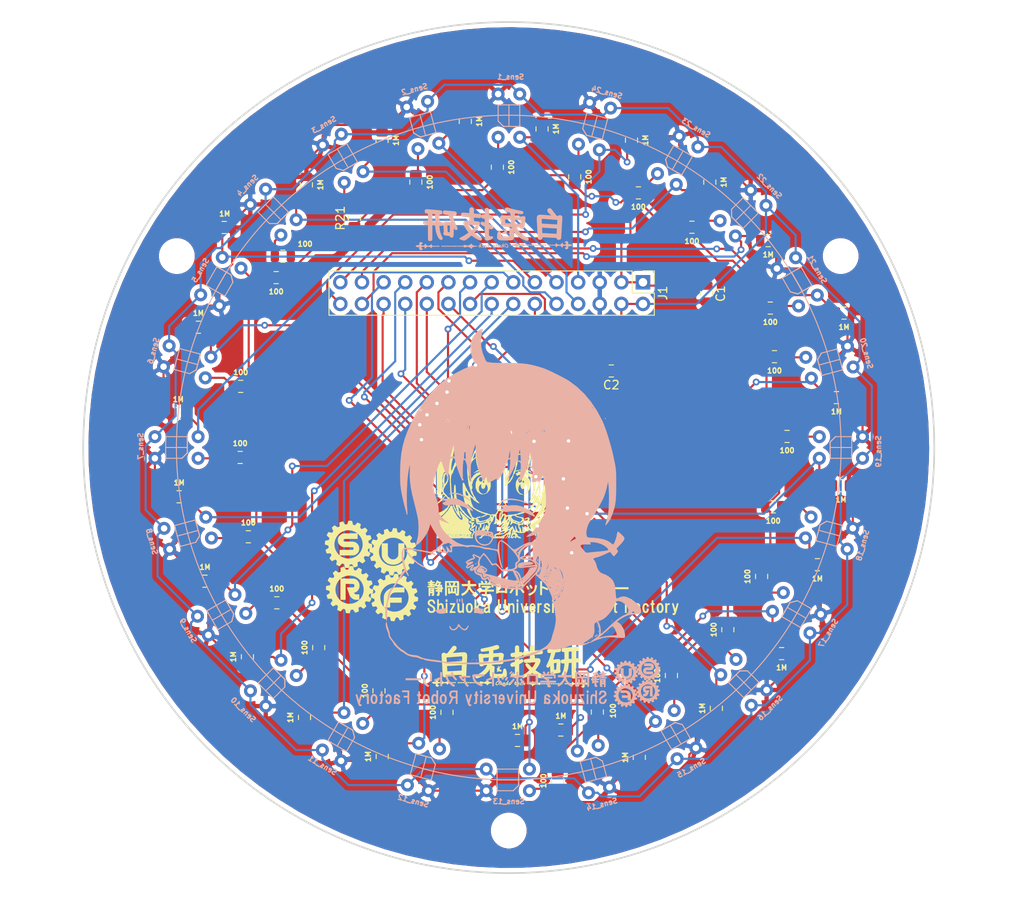
<source format=kicad_pcb>
(kicad_pcb (version 20171130) (host pcbnew "(6.0.0-rc1-dev-1521-g81a0ab4d7)")
  (layers (0 F.Cu signal) (31 B.Cu signal) (34 B.Paste user) (35 F.Paste user) (36 B.SilkS user) (37 F.SilkS user) (38 B.Mask user) (39 F.Mask user) (44 Edge.Cuts user))
  (net 0 "")
  (net 1 GND)
  (net 2 +5V)
  (net 3 +3V3)
  (net 4 /Line_out_1)
  (net 5 /Line_out_2)
  (net 6 /Line_out_3)
  (net 7 /Line_out_4)
  (net 8 /Line_out_5)
  (net 9 /Line_out_6)
  (net 10 /Line_out_7)
  (net 11 /Line_out_8)
  (net 12 /Line_out_9)
  (net 13 /Line_out_10)
  (net 14 /Line_out_11)
  (net 15 /Line_out_12)
  (net 16 /Line_out_13)
  (net 17 /Line_out_14)
  (net 18 /Line_out_15)
  (net 19 /Line_out_16)
  (net 20 /Line_out_17)
  (net 21 /Line_out_18)
  (net 22 /Line_out_19)
  (net 23 /Line_out_20)
  (net 24 /Line_out_21)
  (net 25 /Line_out_22)
  (net 26 /Line_out_23)
  (net 27 /Line_out_24)
  (net 28 "Net-(R1-Pad2)")
  (net 29 "Net-(R3-Pad2)")
  (net 30 "Net-(R5-Pad2)")
  (net 31 "Net-(R6-Pad2)")
  (net 32 "Net-(R11-Pad2)")
  (net 33 "Net-(R12-Pad2)")
  (net 34 "Net-(R13-Pad2)")
  (net 35 "Net-(R15-Pad2)")
  (net 36 "Net-(R21-Pad2)")
  (net 37 "Net-(R22-Pad2)")
  (net 38 "Net-(R23-Pad2)")
  (net 39 "Net-(R24-Pad2)")
  (net 40 "Net-(R31-Pad2)")
  (net 41 "Net-(R32-Pad2)")
  (net 42 "Net-(R34-Pad2)")
  (net 43 "Net-(R41-Pad2)")
  (net 44 "Net-(R42-Pad2)")
  (net 45 "Net-(R44-Pad2)")
  (net 46 "Net-(R49-Pad2)")
  (net 47 "Net-(R50-Pad2)")
  (net 48 "Net-(R51-Pad2)")
  (net 49 "Net-(R55-Pad2)")
  (net 50 "Net-(R56-Pad2)")
  (net 51 "Net-(R57-Pad2)")
  (module ビットマップエクスポート:sirousagikenn (layer B.Cu) (at 77.16 42.61 180)
    (fp_text reference " " hide)
    (fp_text value " " hide)
  )
  (module MountingHole:MountingHole_3.2mm_M3 (layer B.Cu) (at 78.959942 113.30878 180)
    (fp_text reference " " (at 0 4.2 180) (layer B.SilkS) (effects (justify mirror)))
    (fp_text value " ")
    (pad 1 np_thru_hole circle (at 0 0 180) (size 3.2 3.2) (drill 3.2) (layers *.Cu *.Mask))
  )
  (module MountingHole:MountingHole_3.2mm_M3 (layer B.Cu) (at 117.959942 45.80878 180)
    (fp_text reference " " (at 0 4.2 180) (layer B.SilkS) (effects (justify mirror)))
    (fp_text value " ")
    (pad 1 np_thru_hole circle (at 0 0 180) (size 3.2 3.2) (drill 3.2) (layers *.Cu *.Mask))
  )
  (module Capacitor_SMD:C_0805_2012Metric (layer F.Cu) (at 102.2 50.22 270)
    (fp_text reference C1 (at 0 -1.65 270) (layer F.SilkS))
    (fp_text value 10u)
    (pad 2 smd roundrect (at 0.9375 0 270) (size 0.975 1.4) (layers F.Cu F.Paste F.Mask) (net 1 GND))
    (pad 1 smd roundrect (at -0.9375 0 270) (size 0.975 1.4) (layers F.Cu F.Paste F.Mask) (net 2 +5V))
  )
  (module Capacitor_SMD:C_0805_2012Metric (layer F.Cu) (at 91.01 59.31 180)
    (fp_text reference C2 (at 0 -1.65 180) (layer F.SilkS))
    (fp_text value 10u)
    (pad 1 smd roundrect (at -0.9375 0 180) (size 0.975 1.4) (layers F.Cu F.Paste F.Mask) (net 3 +3V3))
    (pad 2 smd roundrect (at 0.9375 0 180) (size 0.975 1.4) (layers F.Cu F.Paste F.Mask) (net 1 GND))
  )
  (module Connector_PinHeader_2.54mm:PinHeader_2x15_P2.54mm_Vertical (layer F.Cu) (at 94.73 48.89 270)
    (fp_text reference J1 (at 1.27 -2.33 270) (layer F.SilkS))
    (fp_text value " ")
    (pad 1 thru_hole rect (at 0 0 270) (size 1.7 1.7) (drill 1) (layers *.Cu *.Mask) (net 2 +5V))
    (pad 2 thru_hole oval (at 2.54 0 270) (size 1.7 1.7) (drill 1) (layers *.Cu *.Mask) (net 3 +3V3))
    (pad 3 thru_hole oval (at 0 2.54 270) (size 1.7 1.7) (drill 1) (layers *.Cu *.Mask) (net 2 +5V))
    (pad 4 thru_hole oval (at 2.54 2.54 270) (size 1.7 1.7) (drill 1) (layers *.Cu *.Mask) (net 3 +3V3))
    (pad 5 thru_hole oval (at 0 5.08 270) (size 1.7 1.7) (drill 1) (layers *.Cu *.Mask) (net 1 GND))
    (pad 6 thru_hole oval (at 2.54 5.08 270) (size 1.7 1.7) (drill 1) (layers *.Cu *.Mask) (net 1 GND))
    (pad 7 thru_hole oval (at 0 7.62 270) (size 1.7 1.7) (drill 1) (layers *.Cu *.Mask) (net 4 /Line_out_1))
    (pad 8 thru_hole oval (at 2.54 7.62 270) (size 1.7 1.7) (drill 1) (layers *.Cu *.Mask) (net 5 /Line_out_2))
    (pad 9 thru_hole oval (at 0 10.16 270) (size 1.7 1.7) (drill 1) (layers *.Cu *.Mask) (net 6 /Line_out_3))
    (pad 10 thru_hole oval (at 2.54 10.16 270) (size 1.7 1.7) (drill 1) (layers *.Cu *.Mask) (net 7 /Line_out_4))
    (pad 11 thru_hole oval (at 0 12.7 270) (size 1.7 1.7) (drill 1) (layers *.Cu *.Mask) (net 8 /Line_out_5))
    (pad 12 thru_hole oval (at 2.54 12.7 270) (size 1.7 1.7) (drill 1) (layers *.Cu *.Mask) (net 9 /Line_out_6))
    (pad 13 thru_hole oval (at 0 15.24 270) (size 1.7 1.7) (drill 1) (layers *.Cu *.Mask) (net 10 /Line_out_7))
    (pad 14 thru_hole oval (at 2.54 15.24 270) (size 1.7 1.7) (drill 1) (layers *.Cu *.Mask) (net 11 /Line_out_8))
    (pad 15 thru_hole oval (at 0 17.78 270) (size 1.7 1.7) (drill 1) (layers *.Cu *.Mask) (net 12 /Line_out_9))
    (pad 16 thru_hole oval (at 2.54 17.78 270) (size 1.7 1.7) (drill 1) (layers *.Cu *.Mask) (net 13 /Line_out_10))
    (pad 17 thru_hole oval (at 0 20.32 270) (size 1.7 1.7) (drill 1) (layers *.Cu *.Mask) (net 14 /Line_out_11))
    (pad 18 thru_hole oval (at 2.54 20.32 270) (size 1.7 1.7) (drill 1) (layers *.Cu *.Mask) (net 15 /Line_out_12))
    (pad 19 thru_hole oval (at 0 22.86 270) (size 1.7 1.7) (drill 1) (layers *.Cu *.Mask) (net 16 /Line_out_13))
    (pad 20 thru_hole oval (at 2.54 22.86 270) (size 1.7 1.7) (drill 1) (layers *.Cu *.Mask) (net 17 /Line_out_14))
    (pad 21 thru_hole oval (at 0 25.4 270) (size 1.7 1.7) (drill 1) (layers *.Cu *.Mask) (net 18 /Line_out_15))
    (pad 22 thru_hole oval (at 2.54 25.4 270) (size 1.7 1.7) (drill 1) (layers *.Cu *.Mask) (net 19 /Line_out_16))
    (pad 23 thru_hole oval (at 0 27.94 270) (size 1.7 1.7) (drill 1) (layers *.Cu *.Mask) (net 20 /Line_out_17))
    (pad 24 thru_hole oval (at 2.54 27.94 270) (size 1.7 1.7) (drill 1) (layers *.Cu *.Mask) (net 21 /Line_out_18))
    (pad 25 thru_hole oval (at 0 30.48 270) (size 1.7 1.7) (drill 1) (layers *.Cu *.Mask) (net 22 /Line_out_19))
    (pad 26 thru_hole oval (at 2.54 30.48 270) (size 1.7 1.7) (drill 1) (layers *.Cu *.Mask) (net 23 /Line_out_20))
    (pad 27 thru_hole oval (at 0 33.02 270) (size 1.7 1.7) (drill 1) (layers *.Cu *.Mask) (net 24 /Line_out_21))
    (pad 28 thru_hole oval (at 2.54 33.02 270) (size 1.7 1.7) (drill 1) (layers *.Cu *.Mask) (net 25 /Line_out_22))
    (pad 29 thru_hole oval (at 0 35.56 270) (size 1.7 1.7) (drill 1) (layers *.Cu *.Mask) (net 26 /Line_out_23))
    (pad 30 thru_hole oval (at 2.54 35.56 270) (size 1.7 1.7) (drill 1) (layers *.Cu *.Mask) (net 27 /Line_out_24))
  )
  (module Resistor_SMD:R_0805_2012Metric (layer F.Cu) (at 77.62 35.3675 90)
    (fp_text reference R1)
    (fp_text value 100 (at 0 1.65 90) (layer F.SilkS) (effects (font (size 0.6 0.6))))
    (pad 1 smd roundrect (at -0.9375 0 90) (size 0.975 1.4) (layers F.Cu F.Paste F.Mask) (net 2 +5V))
    (pad 2 smd roundrect (at 0.9375 0 90) (size 0.975 1.4) (layers F.Cu F.Paste F.Mask) (net 28 "Net-(R1-Pad2)"))
  )
  (module Resistor_SMD:R_0805_2012Metric (layer F.Cu) (at 82.87 30.8675 90)
    (fp_text reference R2)
    (fp_text value 1M (at 0 1.65 90) (layer F.SilkS) (effects (font (size 0.6 0.6))))
    (pad 2 smd roundrect (at 0.9375 0 90) (size 0.975 1.4) (layers F.Cu F.Paste F.Mask) (net 1 GND))
    (pad 1 smd roundrect (at -0.9375 0 90) (size 0.975 1.4) (layers F.Cu F.Paste F.Mask) (net 4 /Line_out_1))
  )
  (module Resistor_SMD:R_0805_2012Metric (layer F.Cu) (at 48.36 78.79 180)
    (fp_text reference R3)
    (fp_text value 100 (at 0 1.65 180) (layer F.SilkS) (effects (font (size 0.6 0.6))))
    (pad 2 smd roundrect (at 0.9375 0 180) (size 0.975 1.4) (layers F.Cu F.Paste F.Mask) (net 29 "Net-(R3-Pad2)"))
    (pad 1 smd roundrect (at -0.9375 0 180) (size 0.975 1.4) (layers F.Cu F.Paste F.Mask) (net 2 +5V))
  )
  (module Resistor_SMD:R_0805_2012Metric (layer F.Cu) (at 100.4825 42.42)
    (fp_text reference R5)
    (fp_text value 100 (at 0 1.65) (layer F.SilkS) (effects (font (size 0.6 0.6))))
    (pad 1 smd roundrect (at -0.9375 0) (size 0.975 1.4) (layers F.Cu F.Paste F.Mask) (net 2 +5V))
    (pad 2 smd roundrect (at 0.9375 0) (size 0.975 1.4) (layers F.Cu F.Paste F.Mask) (net 30 "Net-(R5-Pad2)"))
  )
  (module Resistor_SMD:R_0805_2012Metric (layer F.Cu) (at 110.0325 75.28)
    (fp_text reference R6)
    (fp_text value 100 (at 0 1.65) (layer F.SilkS) (effects (font (size 0.6 0.6))))
    (pad 2 smd roundrect (at 0.9375 0) (size 0.975 1.4) (layers F.Cu F.Paste F.Mask) (net 31 "Net-(R6-Pad2)"))
    (pad 1 smd roundrect (at -0.9375 0) (size 0.975 1.4) (layers F.Cu F.Paste F.Mask) (net 2 +5V))
  )
  (module Resistor_SMD:R_0805_2012Metric (layer F.Cu) (at 40.2275 74.09 180)
    (fp_text reference R7)
    (fp_text value 1M (at 0 1.65 180) (layer F.SilkS) (effects (font (size 0.6 0.6))))
    (pad 1 smd roundrect (at -0.9375 0 180) (size 0.975 1.4) (layers F.Cu F.Paste F.Mask) (net 11 /Line_out_8))
    (pad 2 smd roundrect (at 0.9375 0 180) (size 0.975 1.4) (layers F.Cu F.Paste F.Mask) (net 1 GND))
  )
  (module Resistor_SMD:R_0805_2012Metric (layer F.Cu) (at 109.4425 44)
    (fp_text reference R9)
    (fp_text value 1M (at 0 1.65) (layer F.SilkS) (effects (font (size 0.6 0.6))))
    (pad 2 smd roundrect (at 0.9375 0) (size 0.975 1.4) (layers F.Cu F.Paste F.Mask) (net 1 GND))
    (pad 1 smd roundrect (at -0.9375 0) (size 0.975 1.4) (layers F.Cu F.Paste F.Mask) (net 25 /Line_out_22))
  )
  (module Resistor_SMD:R_0805_2012Metric (layer F.Cu) (at 115.2225 82.07)
    (fp_text reference R10)
    (fp_text value 1M (at 0 1.65) (layer F.SilkS) (effects (font (size 0.6 0.6))))
    (pad 1 smd roundrect (at -0.9375 0) (size 0.975 1.4) (layers F.Cu F.Paste F.Mask) (net 18 /Line_out_15))
    (pad 2 smd roundrect (at 0.9375 0) (size 0.975 1.4) (layers F.Cu F.Paste F.Mask) (net 1 GND))
  )
  (module Resistor_SMD:R_0805_2012Metric (layer F.Cu) (at 68.04 37.1175 90)
    (fp_text reference R11)
    (fp_text value 100 (at 0 1.65 90) (layer F.SilkS) (effects (font (size 0.6 0.6))))
    (pad 1 smd roundrect (at -0.9375 0 90) (size 0.975 1.4) (layers F.Cu F.Paste F.Mask) (net 2 +5V))
    (pad 2 smd roundrect (at 0.9375 0 90) (size 0.975 1.4) (layers F.Cu F.Paste F.Mask) (net 32 "Net-(R11-Pad2)"))
  )
  (module Resistor_SMD:R_0805_2012Metric (layer F.Cu) (at 51.7025 86.55 180)
    (fp_text reference R12)
    (fp_text value 100 (at 0 1.65 180) (layer F.SilkS) (effects (font (size 0.6 0.6))))
    (pad 1 smd roundrect (at -0.9375 0 180) (size 0.975 1.4) (layers F.Cu F.Paste F.Mask) (net 2 +5V))
    (pad 2 smd roundrect (at 0.9375 0 180) (size 0.975 1.4) (layers F.Cu F.Paste F.Mask) (net 33 "Net-(R12-Pad2)"))
  )
  (module Resistor_SMD:R_0805_2012Metric (layer F.Cu) (at 94.19 38.38)
    (fp_text reference R13)
    (fp_text value 100 (at 0 1.65) (layer F.SilkS) (effects (font (size 0.6 0.6))))
    (pad 1 smd roundrect (at -0.9375 0) (size 0.975 1.4) (layers F.Cu F.Paste F.Mask) (net 2 +5V))
    (pad 2 smd roundrect (at 0.9375 0) (size 0.975 1.4) (layers F.Cu F.Paste F.Mask) (net 34 "Net-(R13-Pad2)"))
  )
  (module Resistor_SMD:R_0805_2012Metric (layer F.Cu) (at 98.07 95.0925 270)
    (fp_text reference R15)
    (fp_text value 100 (at 0 1.65 270) (layer F.SilkS) (effects (font (size 0.6 0.6))))
    (pad 1 smd roundrect (at -0.9375 0 270) (size 0.975 1.4) (layers F.Cu F.Paste F.Mask) (net 2 +5V))
    (pad 2 smd roundrect (at 0.9375 0 270) (size 0.975 1.4) (layers F.Cu F.Paste F.Mask) (net 35 "Net-(R15-Pad2)"))
  )
  (module Resistor_SMD:R_0805_2012Metric (layer F.Cu) (at 73.85 29.9825 90)
    (fp_text reference R16)
    (fp_text value 1M (at 0 1.65 90) (layer F.SilkS) (effects (font (size 0.6 0.6))))
    (pad 2 smd roundrect (at 0.9375 0 90) (size 0.975 1.4) (layers F.Cu F.Paste F.Mask) (net 1 GND))
    (pad 1 smd roundrect (at -0.9375 0 90) (size 0.975 1.4) (layers F.Cu F.Paste F.Mask) (net 5 /Line_out_2))
  )
  (module Resistor_SMD:R_0805_2012Metric (layer F.Cu) (at 43.2675 84.01 180)
    (fp_text reference R17)
    (fp_text value 1M (at 0 1.65 180) (layer F.SilkS) (effects (font (size 0.6 0.6))))
    (pad 2 smd roundrect (at 0.9375 0 180) (size 0.975 1.4) (layers F.Cu F.Paste F.Mask) (net 1 GND))
    (pad 1 smd roundrect (at -0.9375 0 180) (size 0.975 1.4) (layers F.Cu F.Paste F.Mask) (net 12 /Line_out_9))
  )
  (module Resistor_SMD:R_0805_2012Metric (layer F.Cu) (at 102.58 37.12 90)
    (fp_text reference R18)
    (fp_text value 1M (at 0 1.65 90) (layer F.SilkS) (effects (font (size 0.6 0.6))))
    (pad 2 smd roundrect (at 0.9375 0 90) (size 0.975 1.4) (layers F.Cu F.Paste F.Mask) (net 1 GND))
    (pad 1 smd roundrect (at -0.9375 0 90) (size 0.975 1.4) (layers F.Cu F.Paste F.Mask) (net 26 /Line_out_23))
  )
  (module Resistor_SMD:R_0805_2012Metric (layer F.Cu) (at 94.3 104.7175 270)
    (fp_text reference R20)
    (fp_text value 1M (at 0 1.65 270) (layer F.SilkS) (effects (font (size 0.6 0.6))))
    (pad 2 smd roundrect (at 0.9375 0 270) (size 0.975 1.4) (layers F.Cu F.Paste F.Mask) (net 1 GND))
    (pad 1 smd roundrect (at -0.9375 0 270) (size 0.975 1.4) (layers F.Cu F.Paste F.Mask) (net 19 /Line_out_16))
  )
  (module Resistor_SMD:R_0805_2012Metric (layer F.Cu) (at 60.82 41.35 90)
    (fp_text reference R21 (at 0 -1.65 90) (layer F.SilkS))
    (fp_text value 100)
    (pad 1 smd roundrect (at -0.9375 0 90) (size 0.975 1.4) (layers F.Cu F.Paste F.Mask) (net 2 +5V))
    (pad 2 smd roundrect (at 0.9375 0 90) (size 0.975 1.4) (layers F.Cu F.Paste F.Mask) (net 36 "Net-(R21-Pad2)"))
  )
  (module Resistor_SMD:R_0805_2012Metric (layer F.Cu) (at 56.63 91.8125 270)
    (fp_text reference R22)
    (fp_text value 100 (at 0 1.65 270) (layer F.SilkS) (effects (font (size 0.6 0.6))))
    (pad 1 smd roundrect (at -0.9375 0 270) (size 0.975 1.4) (layers F.Cu F.Paste F.Mask) (net 2 +5V))
    (pad 2 smd roundrect (at 0.9375 0 270) (size 0.975 1.4) (layers F.Cu F.Paste F.Mask) (net 37 "Net-(R22-Pad2)"))
  )
  (module Resistor_SMD:R_0805_2012Metric (layer F.Cu) (at 86.71 36.4975 90)
    (fp_text reference R23)
    (fp_text value 100 (at 0 1.65 90) (layer F.SilkS) (effects (font (size 0.6 0.6))))
    (pad 1 smd roundrect (at -0.9375 0 90) (size 0.975 1.4) (layers F.Cu F.Paste F.Mask) (net 2 +5V))
    (pad 2 smd roundrect (at 0.9375 0 90) (size 0.975 1.4) (layers F.Cu F.Paste F.Mask) (net 38 "Net-(R23-Pad2)"))
  )
  (module Resistor_SMD:R_0805_2012Metric (layer F.Cu) (at 104.7 89.7125 270)
    (fp_text reference R24)
    (fp_text value 100 (at 0 1.65 270) (layer F.SilkS) (effects (font (size 0.6 0.6))))
    (pad 2 smd roundrect (at 0.9375 0 270) (size 0.975 1.4) (layers F.Cu F.Paste F.Mask) (net 39 "Net-(R24-Pad2)"))
    (pad 1 smd roundrect (at -0.9375 0 270) (size 0.975 1.4) (layers F.Cu F.Paste F.Mask) (net 2 +5V))
  )
  (module Resistor_SMD:R_0805_2012Metric (layer F.Cu) (at 64.07 32.2175 90)
    (fp_text reference R26)
    (fp_text value 1M (at 0 1.65 90) (layer F.SilkS) (effects (font (size 0.6 0.6))))
    (pad 2 smd roundrect (at 0.9375 0 90) (size 0.975 1.4) (layers F.Cu F.Paste F.Mask) (net 1 GND))
    (pad 1 smd roundrect (at -0.9375 0 90) (size 0.975 1.4) (layers F.Cu F.Paste F.Mask) (net 6 /Line_out_3))
  )
  (module Resistor_SMD:R_0805_2012Metric (layer F.Cu) (at 48.25 92.8925 270)
    (fp_text reference R27)
    (fp_text value 1M (at 0 1.65 270) (layer F.SilkS) (effects (font (size 0.6 0.6))))
    (pad 2 smd roundrect (at 0.9375 0 270) (size 0.975 1.4) (layers F.Cu F.Paste F.Mask) (net 1 GND))
    (pad 1 smd roundrect (at -0.9375 0 270) (size 0.975 1.4) (layers F.Cu F.Paste F.Mask) (net 13 /Line_out_10))
  )
  (module Resistor_SMD:R_0805_2012Metric (layer F.Cu) (at 93.38 32.1875 90)
    (fp_text reference R28)
    (fp_text value 1M (at 0 1.65 90) (layer F.SilkS) (effects (font (size 0.6 0.6))))
    (pad 2 smd roundrect (at 0.9375 0 90) (size 0.975 1.4) (layers F.Cu F.Paste F.Mask) (net 1 GND))
    (pad 1 smd roundrect (at -0.9375 0 90) (size 0.975 1.4) (layers F.Cu F.Paste F.Mask) (net 27 /Line_out_24))
  )
  (module Resistor_SMD:R_0805_2012Metric (layer F.Cu) (at 103.35 98.95 270)
    (fp_text reference R29)
    (fp_text value 1M (at 0 1.65 270) (layer F.SilkS) (effects (font (size 0.6 0.6))))
    (pad 1 smd roundrect (at -0.9375 0 270) (size 0.975 1.4) (layers F.Cu F.Paste F.Mask) (net 20 /Line_out_17))
    (pad 2 smd roundrect (at 0.9375 0 270) (size 0.975 1.4) (layers F.Cu F.Paste F.Mask) (net 1 GND))
  )
  (module Resistor_SMD:R_0805_2012Metric (layer F.Cu) (at 52.4125 45.82 180)
    (fp_text reference R31)
    (fp_text value 100 (at -2.6175 1.43 180) (layer F.SilkS) (effects (font (size 0.6 0.6))))
    (pad 1 smd roundrect (at -0.9375 0 180) (size 0.975 1.4) (layers F.Cu F.Paste F.Mask) (net 2 +5V))
    (pad 2 smd roundrect (at 0.9375 0 180) (size 0.975 1.4) (layers F.Cu F.Paste F.Mask) (net 40 "Net-(R31-Pad2)"))
  )
  (module Resistor_SMD:R_0805_2012Metric (layer F.Cu) (at 63.71 96.8925 270)
    (fp_text reference R32)
    (fp_text value 100 (at 0 1.65 270) (layer F.SilkS) (effects (font (size 0.6 0.6))))
    (pad 1 smd roundrect (at -0.9375 0 270) (size 0.975 1.4) (layers F.Cu F.Paste F.Mask) (net 2 +5V))
    (pad 2 smd roundrect (at 0.9375 0 270) (size 0.975 1.4) (layers F.Cu F.Paste F.Mask) (net 41 "Net-(R32-Pad2)"))
  )
  (module Resistor_SMD:R_0805_2012Metric (layer F.Cu) (at 108.67 83.4525 270)
    (fp_text reference R34)
    (fp_text value 100 (at 0 1.65 270) (layer F.SilkS) (effects (font (size 0.6 0.6))))
    (pad 2 smd roundrect (at 0.9375 0 270) (size 0.975 1.4) (layers F.Cu F.Paste F.Mask) (net 42 "Net-(R34-Pad2)"))
    (pad 1 smd roundrect (at -0.9375 0 270) (size 0.975 1.4) (layers F.Cu F.Paste F.Mask) (net 2 +5V))
  )
  (module Resistor_SMD:R_0805_2012Metric (layer F.Cu) (at 55.18 37.4375 90)
    (fp_text reference R36)
    (fp_text value 1M (at 0 1.65 90) (layer F.SilkS) (effects (font (size 0.6 0.6))))
    (pad 2 smd roundrect (at 0.9375 0 90) (size 0.975 1.4) (layers F.Cu F.Paste F.Mask) (net 1 GND))
    (pad 1 smd roundrect (at -0.9375 0 90) (size 0.975 1.4) (layers F.Cu F.Paste F.Mask) (net 7 /Line_out_4))
  )
  (module Resistor_SMD:R_0805_2012Metric (layer F.Cu) (at 54.96 100.0225 270)
    (fp_text reference R37)
    (fp_text value 1M (at 0 1.65 270) (layer F.SilkS) (effects (font (size 0.6 0.6))))
    (pad 2 smd roundrect (at 0.9375 0 270) (size 0.975 1.4) (layers F.Cu F.Paste F.Mask) (net 1 GND))
    (pad 1 smd roundrect (at -0.9375 0 270) (size 0.975 1.4) (layers F.Cu F.Paste F.Mask) (net 14 /Line_out_11))
  )
  (module Resistor_SMD:R_0805_2012Metric (layer F.Cu) (at 111.0225 92.52)
    (fp_text reference R39)
    (fp_text value 1M (at 0 1.65) (layer F.SilkS) (effects (font (size 0.6 0.6))))
    (pad 2 smd roundrect (at 0.9375 0) (size 0.975 1.4) (layers F.Cu F.Paste F.Mask) (net 1 GND))
    (pad 1 smd roundrect (at -0.9375 0) (size 0.975 1.4) (layers F.Cu F.Paste F.Mask) (net 21 /Line_out_18))
  )
  (module Resistor_SMD:R_0805_2012Metric (layer F.Cu) (at 51.63 48.34 180)
    (fp_text reference 100 (at 0 -1.65 180) (layer F.SilkS) (effects (font (size 0.6 0.6))))
    (fp_text value 100)
    (pad 1 smd roundrect (at -0.9375 0 180) (size 0.975 1.4) (layers F.Cu F.Paste F.Mask) (net 2 +5V))
    (pad 2 smd roundrect (at 0.9375 0 180) (size 0.975 1.4) (layers F.Cu F.Paste F.Mask) (net 43 "Net-(R41-Pad2)"))
  )
  (module Resistor_SMD:R_0805_2012Metric (layer F.Cu) (at 71.7 99.4225 270)
    (fp_text reference R42)
    (fp_text value 100 (at 0 1.65 270) (layer F.SilkS) (effects (font (size 0.6 0.6))))
    (pad 1 smd roundrect (at -0.9375 0 270) (size 0.975 1.4) (layers F.Cu F.Paste F.Mask) (net 2 +5V))
    (pad 2 smd roundrect (at 0.9375 0 270) (size 0.975 1.4) (layers F.Cu F.Paste F.Mask) (net 44 "Net-(R42-Pad2)"))
  )
  (module Resistor_SMD:R_0805_2012Metric (layer F.Cu) (at 111.6625 67)
    (fp_text reference R44)
    (fp_text value 100 (at 0 1.65) (layer F.SilkS) (effects (font (size 0.6 0.6))))
    (pad 1 smd roundrect (at -0.9375 0) (size 0.975 1.4) (layers F.Cu F.Paste F.Mask) (net 2 +5V))
    (pad 2 smd roundrect (at 0.9375 0) (size 0.975 1.4) (layers F.Cu F.Paste F.Mask) (net 45 "Net-(R44-Pad2)"))
  )
  (module Resistor_SMD:R_0805_2012Metric (layer F.Cu) (at 45.5225 42.45)
    (fp_text reference R45 hide)
    (fp_text value 1M (at 0.0575 -1.61) (layer F.SilkS) (effects (font (size 0.6 0.6))))
    (pad 2 smd roundrect (at 0.9375 0) (size 0.975 1.4) (layers F.Cu F.Paste F.Mask) (net 1 GND))
    (pad 1 smd roundrect (at -0.9375 0) (size 0.975 1.4) (layers F.Cu F.Paste F.Mask) (net 8 /Line_out_5))
  )
  (module Resistor_SMD:R_0805_2012Metric (layer F.Cu) (at 64.09 104.6125 270)
    (fp_text reference R46)
    (fp_text value 1M (at 0 1.65 270) (layer F.SilkS) (effects (font (size 0.6 0.6))))
    (pad 2 smd roundrect (at 0.9375 0 270) (size 0.975 1.4) (layers F.Cu F.Paste F.Mask) (net 1 GND))
    (pad 1 smd roundrect (at -0.9375 0 270) (size 0.975 1.4) (layers F.Cu F.Paste F.Mask) (net 15 /Line_out_12))
  )
  (module Resistor_SMD:R_0805_2012Metric (layer F.Cu) (at 117.9925 72.79)
    (fp_text reference R48)
    (fp_text value 1M (at 0 1.65) (layer F.SilkS) (effects (font (size 0.6 0.6))))
    (pad 2 smd roundrect (at 0.9375 0) (size 0.975 1.4) (layers F.Cu F.Paste F.Mask) (net 1 GND))
    (pad 1 smd roundrect (at -0.9375 0) (size 0.975 1.4) (layers F.Cu F.Paste F.Mask) (net 22 /Line_out_19))
  )
  (module Resistor_SMD:R_0805_2012Metric (layer F.Cu) (at 47.4675 61.12 180)
    (fp_text reference R49)
    (fp_text value 100 (at 0 1.65 180) (layer F.SilkS) (effects (font (size 0.6 0.6))))
    (pad 1 smd roundrect (at -0.9375 0 180) (size 0.975 1.4) (layers F.Cu F.Paste F.Mask) (net 2 +5V))
    (pad 2 smd roundrect (at 0.9375 0 180) (size 0.975 1.4) (layers F.Cu F.Paste F.Mask) (net 46 "Net-(R49-Pad2)"))
  )
  (module Resistor_SMD:R_0805_2012Metric (layer F.Cu) (at 84.7 107.47 270)
    (fp_text reference R50)
    (fp_text value 100 (at 0 1.65 270) (layer F.SilkS) (effects (font (size 0.6 0.6))))
    (pad 1 smd roundrect (at -0.9375 0 270) (size 0.975 1.4) (layers F.Cu F.Paste F.Mask) (net 2 +5V))
    (pad 2 smd roundrect (at 0.9375 0 270) (size 0.975 1.4) (layers F.Cu F.Paste F.Mask) (net 47 "Net-(R50-Pad2)"))
  )
  (module Resistor_SMD:R_0805_2012Metric (layer F.Cu) (at 110.1825 57.63)
    (fp_text reference R51)
    (fp_text value 100 (at 0 1.65) (layer F.SilkS) (effects (font (size 0.6 0.6))))
    (pad 1 smd roundrect (at -0.9375 0) (size 0.975 1.4) (layers F.Cu F.Paste F.Mask) (net 2 +5V))
    (pad 2 smd roundrect (at 0.9375 0) (size 0.975 1.4) (layers F.Cu F.Paste F.Mask) (net 48 "Net-(R51-Pad2)"))
  )
  (module Resistor_SMD:R_0805_2012Metric (layer F.Cu) (at 42.4875 54.17 180)
    (fp_text reference R52)
    (fp_text value 1M (at 0 1.65 180) (layer F.SilkS) (effects (font (size 0.6 0.6))))
    (pad 2 smd roundrect (at 0.9375 0 180) (size 0.975 1.4) (layers F.Cu F.Paste F.Mask) (net 1 GND))
    (pad 1 smd roundrect (at -0.9375 0 180) (size 0.975 1.4) (layers F.Cu F.Paste F.Mask) (net 9 /Line_out_6))
  )
  (module Resistor_SMD:R_0805_2012Metric (layer F.Cu) (at 79.9875 102.72 180)
    (fp_text reference R53)
    (fp_text value 1M (at 0 1.65 180) (layer F.SilkS) (effects (font (size 0.6 0.6))))
    (pad 2 smd roundrect (at 0.9375 0 180) (size 0.975 1.4) (layers F.Cu F.Paste F.Mask) (net 1 GND))
    (pad 1 smd roundrect (at -0.9375 0 180) (size 0.975 1.4) (layers F.Cu F.Paste F.Mask) (net 16 /Line_out_13))
  )
  (module Resistor_SMD:R_0805_2012Metric (layer F.Cu) (at 117.4625 62.44)
    (fp_text reference R54)
    (fp_text value 1M (at 0 1.65) (layer F.SilkS) (effects (font (size 0.6 0.6))))
    (pad 2 smd roundrect (at 0.9375 0) (size 0.975 1.4) (layers F.Cu F.Paste F.Mask) (net 1 GND))
    (pad 1 smd roundrect (at -0.9375 0) (size 0.975 1.4) (layers F.Cu F.Paste F.Mask) (net 23 /Line_out_20))
  )
  (module Resistor_SMD:R_0805_2012Metric (layer F.Cu) (at 47.4 69.47 180)
    (fp_text reference R55)
    (fp_text value 100 (at 0 1.65 180) (layer F.SilkS) (effects (font (size 0.6 0.6))))
    (pad 1 smd roundrect (at -0.9375 0 180) (size 0.975 1.4) (layers F.Cu F.Paste F.Mask) (net 2 +5V))
    (pad 2 smd roundrect (at 0.9375 0 180) (size 0.975 1.4) (layers F.Cu F.Paste F.Mask) (net 49 "Net-(R55-Pad2)"))
  )
  (module Resistor_SMD:R_0805_2012Metric (layer F.Cu) (at 89.37 99.3825 270)
    (fp_text reference R56)
    (fp_text value 100 (at -0.1425 -1.85 270) (layer F.SilkS) (effects (font (size 0.6 0.6))))
    (pad 1 smd roundrect (at -0.9375 0 270) (size 0.975 1.4) (layers F.Cu F.Paste F.Mask) (net 2 +5V))
    (pad 2 smd roundrect (at 0.9375 0 270) (size 0.975 1.4) (layers F.Cu F.Paste F.Mask) (net 50 "Net-(R56-Pad2)"))
  )
  (module Resistor_SMD:R_0805_2012Metric (layer F.Cu) (at 109.6925 51.92)
    (fp_text reference R57)
    (fp_text value 100 (at 0 1.65) (layer F.SilkS) (effects (font (size 0.6 0.6))))
    (pad 1 smd roundrect (at -0.9375 0) (size 0.975 1.4) (layers F.Cu F.Paste F.Mask) (net 2 +5V))
    (pad 2 smd roundrect (at 0.9375 0) (size 0.975 1.4) (layers F.Cu F.Paste F.Mask) (net 51 "Net-(R57-Pad2)"))
  )
  (module Resistor_SMD:R_0805_2012Metric (layer F.Cu) (at 40.12 64.3 180)
    (fp_text reference R58)
    (fp_text value 1M (at 0 1.65 180) (layer F.SilkS) (effects (font (size 0.6 0.6))))
    (pad 2 smd roundrect (at 0.9375 0 180) (size 0.975 1.4) (layers F.Cu F.Paste F.Mask) (net 1 GND))
    (pad 1 smd roundrect (at -0.9375 0 180) (size 0.975 1.4) (layers F.Cu F.Paste F.Mask) (net 10 /Line_out_7))
  )
  (module Resistor_SMD:R_0805_2012Metric (layer F.Cu) (at 85.08 101.5 180)
    (fp_text reference R)
    (fp_text value 1M (at 0 1.65 180) (layer F.SilkS) (effects (font (size 0.6 0.6))))
    (pad 1 smd roundrect (at -0.9375 0 180) (size 0.975 1.4) (layers F.Cu F.Paste F.Mask) (net 17 /Line_out_14))
    (pad 2 smd roundrect (at 0.9375 0 180) (size 0.975 1.4) (layers F.Cu F.Paste F.Mask) (net 1 GND))
  )
  (module Resistor_SMD:R_0805_2012Metric (layer F.Cu) (at 118.3525 52.51)
    (fp_text reference R60)
    (fp_text value 1M (at 0 1.65) (layer F.SilkS) (effects (font (size 0.6 0.6))))
    (pad 2 smd roundrect (at 0.9375 0) (size 0.975 1.4) (layers F.Cu F.Paste F.Mask) (net 1 GND))
    (pad 1 smd roundrect (at -0.9375 0) (size 0.975 1.4) (layers F.Cu F.Paste F.Mask) (net 24 /Line_out_21))
  )
  (module ビットマップエクスポート:TPR-105F (layer B.Cu) (at 77.709942 29.30878)
    (fp_text reference Sens_1 (at 1.460058 -4.55878) (layer B.SilkS) (effects (font (size 0.6 0.6)) (justify mirror)))
    (fp_text value CNY70)
    (pad 4 thru_hole circle (at 2.54 2.54) (size 1.524 1.524) (drill 0.762) (layers *.Cu *.Mask) (net 4 /Line_out_1))
    (pad 3 thru_hole circle (at 2.54 -2.54) (size 1.524 1.524) (drill 0.762) (layers *.Cu *.Mask) (net 3 +3V3))
    (pad 2 thru_hole circle (at 0 -2.54) (size 1.524 1.524) (drill 0.762) (layers *.Cu *.Mask) (net 1 GND))
    (pad 1 thru_hole circle (at 0 2.54) (size 1.524 1.524) (drill 0.762) (layers *.Cu *.Mask) (net 28 "Net-(R1-Pad2)"))
  )
  (module ビットマップエクスポート:TPR-105F (layer B.Cu) (at 41.569942 79.59878 105)
    (fp_text reference Sens_8 (at 1.415326 -4.320858 105) (layer B.SilkS) (effects (font (size 0.6 0.6)) (justify mirror)))
    (fp_text value CNY70)
    (pad 4 thru_hole circle (at 2.54 2.54 105) (size 1.524 1.524) (drill 0.762) (layers *.Cu *.Mask) (net 11 /Line_out_8))
    (pad 3 thru_hole circle (at 2.54 -2.54 105) (size 1.524 1.524) (drill 0.762) (layers *.Cu *.Mask) (net 3 +3V3))
    (pad 2 thru_hole circle (at 0 -2.54 105) (size 1.524 1.524) (drill 0.762) (layers *.Cu *.Mask) (net 1 GND))
    (pad 1 thru_hole circle (at 0 2.54 105) (size 1.524 1.524) (drill 0.762) (layers *.Cu *.Mask) (net 29 "Net-(R3-Pad2)"))
  )
  (module ビットマップエクスポート:TPR-105F (layer B.Cu) (at 105.589942 39.85878 315)
    (fp_text reference Sens_22 (at 1.224198 -4.418596 315) (layer B.SilkS) (effects (font (size 0.6 0.6)) (justify mirror)))
    (fp_text value CNY70)
    (pad 1 thru_hole circle (at 0 2.54 315) (size 1.524 1.524) (drill 0.762) (layers *.Cu *.Mask) (net 30 "Net-(R5-Pad2)"))
    (pad 2 thru_hole circle (at 0 -2.54 315) (size 1.524 1.524) (drill 0.762) (layers *.Cu *.Mask) (net 1 GND))
    (pad 3 thru_hole circle (at 2.54 -2.54 315) (size 1.524 1.524) (drill 0.762) (layers *.Cu *.Mask) (net 3 +3V3))
    (pad 4 thru_hole circle (at 2.54 2.54 315) (size 1.524 1.524) (drill 0.762) (layers *.Cu *.Mask) (net 25 /Line_out_22))
  )
  (module ビットマップエクスポート:TPR-105F (layer B.Cu) (at 116.929942 77.12878 255)
    (fp_text reference Sens_18 (at 1.64326 -4.18807 255) (layer B.SilkS) (effects (font (size 0.6 0.6)) (justify mirror)))
    (fp_text value CNY70)
    (pad 1 thru_hole circle (at 0 2.54 255) (size 1.524 1.524) (drill 0.762) (layers *.Cu *.Mask) (net 31 "Net-(R6-Pad2)"))
    (pad 2 thru_hole circle (at 0 -2.54 255) (size 1.524 1.524) (drill 0.762) (layers *.Cu *.Mask) (net 1 GND))
    (pad 3 thru_hole circle (at 2.54 -2.54 255) (size 1.524 1.524) (drill 0.762) (layers *.Cu *.Mask) (net 3 +3V3))
    (pad 4 thru_hole circle (at 2.54 2.54 255) (size 1.524 1.524) (drill 0.762) (layers *.Cu *.Mask) (net 18 /Line_out_15))
  )
  (module ビットマップエクスポート:TPR-105F (layer B.Cu) (at 67.629942 30.74878 15)
    (fp_text reference Sens_2 (at 1.41626 -4.319405 15) (layer B.SilkS) (effects (font (size 0.6 0.6)) (justify mirror)))
    (fp_text value CNY70)
    (pad 1 thru_hole circle (at 0 2.54 15) (size 1.524 1.524) (drill 0.762) (layers *.Cu *.Mask) (net 32 "Net-(R11-Pad2)"))
    (pad 2 thru_hole circle (at 0 -2.54 15) (size 1.524 1.524) (drill 0.762) (layers *.Cu *.Mask) (net 1 GND))
    (pad 3 thru_hole circle (at 2.54 -2.54 15) (size 1.524 1.524) (drill 0.762) (layers *.Cu *.Mask) (net 3 +3V3))
    (pad 4 thru_hole circle (at 2.54 2.54 15) (size 1.524 1.524) (drill 0.762) (layers *.Cu *.Mask) (net 5 /Line_out_2))
  )
  (module ビットマップエクスポート:TPR-105F (layer B.Cu) (at 45.859942 89.05878 120)
    (fp_text reference Sens_9 (at 1.630735 -4.346956 120) (layer B.SilkS) (effects (font (size 0.6 0.6)) (justify mirror)))
    (fp_text value CNY70)
    (pad 4 thru_hole circle (at 2.54 2.540001 120) (size 1.524 1.524) (drill 0.762) (layers *.Cu *.Mask) (net 12 /Line_out_9))
    (pad 3 thru_hole circle (at 2.540001 -2.54 120) (size 1.524 1.524) (drill 0.762) (layers *.Cu *.Mask) (net 3 +3V3))
    (pad 2 thru_hole circle (at 0 -2.54 120) (size 1.524 1.524) (drill 0.762) (layers *.Cu *.Mask) (net 1 GND))
    (pad 1 thru_hole circle (at 0 2.54 120) (size 1.524 1.524) (drill 0.762) (layers *.Cu *.Mask) (net 33 "Net-(R12-Pad2)"))
  )
  (module ビットマップエクスポート:TPR-105F (layer B.Cu) (at 97.709942 33.91878 330)
    (fp_text reference Sens_23 (at 1.238903 -4.374273 330) (layer B.SilkS) (effects (font (size 0.6 0.6)) (justify mirror)))
    (fp_text value CNY70)
    (pad 1 thru_hole circle (at 0 2.54 330) (size 1.524 1.524) (drill 0.762) (layers *.Cu *.Mask) (net 34 "Net-(R13-Pad2)"))
    (pad 2 thru_hole circle (at 0 -2.54 330) (size 1.524 1.524) (drill 0.762) (layers *.Cu *.Mask) (net 1 GND))
    (pad 3 thru_hole circle (at 2.54 -2.540001 330) (size 1.524 1.524) (drill 0.762) (layers *.Cu *.Mask) (net 3 +3V3))
    (pad 4 thru_hole circle (at 2.540001 2.54 330) (size 1.524 1.524) (drill 0.762) (layers *.Cu *.Mask) (net 26 /Line_out_23))
  )
  (module ビットマップエクスポート:TPR-105F (layer B.Cu) (at 99.669942 101.40878 210)
    (fp_text reference Sens_15 (at 1.61738 -4.321501 210) (layer B.SilkS) (effects (font (size 0.6 0.6)) (justify mirror)))
    (fp_text value CNY70)
    (pad 4 thru_hole circle (at 2.54 2.540001 210) (size 1.524 1.524) (drill 0.762) (layers *.Cu *.Mask) (net 19 /Line_out_16))
    (pad 3 thru_hole circle (at 2.540001 -2.54 210) (size 1.524 1.524) (drill 0.762) (layers *.Cu *.Mask) (net 3 +3V3))
    (pad 2 thru_hole circle (at 0 -2.54 210) (size 1.524 1.524) (drill 0.762) (layers *.Cu *.Mask) (net 1 GND))
    (pad 1 thru_hole circle (at 0 2.54 210) (size 1.524 1.524) (drill 0.762) (layers *.Cu *.Mask) (net 35 "Net-(R15-Pad2)"))
  )
  (module ビットマップエクスポート:TPR-105F (layer B.Cu) (at 58.359942 34.95878 30)
    (fp_text reference Sens_3 (at 1.328152 -4.520311 30) (layer B.SilkS) (effects (font (size 0.6 0.6)) (justify mirror)))
    (fp_text value CNY70)
    (pad 1 thru_hole circle (at 0 2.54 30) (size 1.524 1.524) (drill 0.762) (layers *.Cu *.Mask) (net 36 "Net-(R21-Pad2)"))
    (pad 2 thru_hole circle (at 0 -2.54 30) (size 1.524 1.524) (drill 0.762) (layers *.Cu *.Mask) (net 1 GND))
    (pad 3 thru_hole circle (at 2.540001 -2.54 30) (size 1.524 1.524) (drill 0.762) (layers *.Cu *.Mask) (net 3 +3V3))
    (pad 4 thru_hole circle (at 2.54 2.540001 30) (size 1.524 1.524) (drill 0.762) (layers *.Cu *.Mask) (net 6 /Line_out_3))
  )
  (module ビットマップエクスポート:TPR-105F (layer B.Cu) (at 52.199942 96.88878 135)
    (fp_text reference Sens_10 (at 1.561802 -4.717224 135) (layer B.SilkS) (effects (font (size 0.6 0.6)) (justify mirror)))
    (fp_text value CNY70)
    (pad 1 thru_hole circle (at 0 2.54 135) (size 1.524 1.524) (drill 0.762) (layers *.Cu *.Mask) (net 37 "Net-(R22-Pad2)"))
    (pad 2 thru_hole circle (at 0 -2.54 135) (size 1.524 1.524) (drill 0.762) (layers *.Cu *.Mask) (net 1 GND))
    (pad 3 thru_hole circle (at 2.54 -2.54 135) (size 1.524 1.524) (drill 0.762) (layers *.Cu *.Mask) (net 3 +3V3))
    (pad 4 thru_hole circle (at 2.54 2.54 135) (size 1.524 1.524) (drill 0.762) (layers *.Cu *.Mask) (net 13 /Line_out_10))
  )
  (module ビットマップエクスポート:TPR-105F (layer B.Cu) (at 87.809942 30.21878 345)
    (fp_text reference Sens_24 (at 1.644363 -4.218101 345) (layer B.SilkS) (effects (font (size 0.6 0.6)) (justify mirror)))
    (fp_text value CNY70)
    (pad 4 thru_hole circle (at 2.54 2.54 345) (size 1.524 1.524) (drill 0.762) (layers *.Cu *.Mask) (net 27 /Line_out_24))
    (pad 3 thru_hole circle (at 2.54 -2.54 345) (size 1.524 1.524) (drill 0.762) (layers *.Cu *.Mask) (net 3 +3V3))
    (pad 2 thru_hole circle (at 0 -2.54 345) (size 1.524 1.524) (drill 0.762) (layers *.Cu *.Mask) (net 1 GND))
    (pad 1 thru_hole circle (at 0 2.54 345) (size 1.524 1.524) (drill 0.762) (layers *.Cu *.Mask) (net 38 "Net-(R23-Pad2)"))
  )
  (module ビットマップエクスポート:TPR-105F (layer B.Cu) (at 107.459942 94.99878 225)
    (fp_text reference Sens_16 (at 1.195832 -4.321326 225) (layer B.SilkS) (effects (font (size 0.6 0.6)) (justify mirror)))
    (fp_text value CNY70)
    (pad 4 thru_hole circle (at 2.54 2.54 225) (size 1.524 1.524) (drill 0.762) (layers *.Cu *.Mask) (net 20 /Line_out_17))
    (pad 3 thru_hole circle (at 2.54 -2.54 225) (size 1.524 1.524) (drill 0.762) (layers *.Cu *.Mask) (net 3 +3V3))
    (pad 2 thru_hole circle (at 0 -2.54 225) (size 1.524 1.524) (drill 0.762) (layers *.Cu *.Mask) (net 1 GND))
    (pad 1 thru_hole circle (at 0 2.54 225) (size 1.524 1.524) (drill 0.762) (layers *.Cu *.Mask) (net 39 "Net-(R24-Pad2)"))
  )
  (module ビットマップエクスポート:TPR-105F (layer B.Cu) (at 50.389942 41.53878 45)
    (fp_text reference Sens_4 (at 1.349752 -4.347803 45) (layer B.SilkS) (effects (font (size 0.6 0.6)) (justify mirror)))
    (fp_text value CNY70)
    (pad 4 thru_hole circle (at 2.54 2.54 45) (size 1.524 1.524) (drill 0.762) (layers *.Cu *.Mask) (net 7 /Line_out_4))
    (pad 3 thru_hole circle (at 2.54 -2.54 45) (size 1.524 1.524) (drill 0.762) (layers *.Cu *.Mask) (net 3 +3V3))
    (pad 2 thru_hole circle (at 0 -2.54 45) (size 1.524 1.524) (drill 0.762) (layers *.Cu *.Mask) (net 1 GND))
    (pad 1 thru_hole circle (at 0 2.54 45) (size 1.524 1.524) (drill 0.762) (layers *.Cu *.Mask) (net 40 "Net-(R31-Pad2)"))
  )
  (module ビットマップエクスポート:TPR-105F (layer B.Cu) (at 60.529942 102.91878 150)
    (fp_text reference Sens_11 (at 1.622127 -4.090277 150) (layer B.SilkS) (effects (font (size 0.6 0.6)) (justify mirror)))
    (fp_text value CNY70)
    (pad 1 thru_hole circle (at 0 2.54 150) (size 1.524 1.524) (drill 0.762) (layers *.Cu *.Mask) (net 41 "Net-(R32-Pad2)"))
    (pad 2 thru_hole circle (at 0 -2.54 150) (size 1.524 1.524) (drill 0.762) (layers *.Cu *.Mask) (net 1 GND))
    (pad 3 thru_hole circle (at 2.54 -2.540001 150) (size 1.524 1.524) (drill 0.762) (layers *.Cu *.Mask) (net 3 +3V3))
    (pad 4 thru_hole circle (at 2.540001 2.54 150) (size 1.524 1.524) (drill 0.762) (layers *.Cu *.Mask) (net 14 /Line_out_11))
  )
  (module ビットマップエクスポート:TPR-105F (layer B.Cu) (at 113.419942 86.61878 240)
    (fp_text reference Sens_17 (at 1.487116 -4.426679 240) (layer B.SilkS) (effects (font (size 0.6 0.6)) (justify mirror)))
    (fp_text value CNY70)
    (pad 4 thru_hole circle (at 2.540001 2.54 240) (size 1.524 1.524) (drill 0.762) (layers *.Cu *.Mask) (net 21 /Line_out_18))
    (pad 3 thru_hole circle (at 2.54 -2.540001 240) (size 1.524 1.524) (drill 0.762) (layers *.Cu *.Mask) (net 3 +3V3))
    (pad 2 thru_hole circle (at 0 -2.54 240) (size 1.524 1.524) (drill 0.762) (layers *.Cu *.Mask) (net 1 GND))
    (pad 1 thru_hole circle (at 0 2.54 240) (size 1.524 1.524) (drill 0.762) (layers *.Cu *.Mask) (net 42 "Net-(R34-Pad2)"))
  )
  (module ビットマップエクスポート:TPR-105F (layer B.Cu) (at 46.229942 49.42878 150)
    (fp_text reference Sens_5 (at 3.996768 -0.057278 240) (layer B.SilkS) (effects (font (size 0.6 0.6)) (justify mirror)))
    (fp_text value " ")
    (pad 1 thru_hole circle (at 0 2.54 150) (size 1.524 1.524) (drill 0.762) (layers *.Cu *.Mask) (net 43 "Net-(R41-Pad2)"))
    (pad 2 thru_hole circle (at 0 -2.54 150) (size 1.524 1.524) (drill 0.762) (layers *.Cu *.Mask) (net 1 GND))
    (pad 3 thru_hole circle (at 2.54 -2.540001 150) (size 1.524 1.524) (drill 0.762) (layers *.Cu *.Mask) (net 3 +3V3))
    (pad 4 thru_hole circle (at 2.540001 2.54 150) (size 1.524 1.524) (drill 0.762) (layers *.Cu *.Mask) (net 8 /Line_out_5))
  )
  (module ビットマップエクスポート:TPR-105F (layer B.Cu) (at 70.169942 106.16878 165)
    (fp_text reference Sens_12 (at 1.39955 -4.165382 165) (layer B.SilkS) (effects (font (size 0.6 0.6)) (justify mirror)))
    (fp_text value CNY70)
    (pad 1 thru_hole circle (at 0 2.54 165) (size 1.524 1.524) (drill 0.762) (layers *.Cu *.Mask) (net 44 "Net-(R42-Pad2)"))
    (pad 2 thru_hole circle (at 0 -2.54 165) (size 1.524 1.524) (drill 0.762) (layers *.Cu *.Mask) (net 1 GND))
    (pad 3 thru_hole circle (at 2.54 -2.54 165) (size 1.524 1.524) (drill 0.762) (layers *.Cu *.Mask) (net 3 +3V3))
    (pad 4 thru_hole circle (at 2.54 2.54 165) (size 1.524 1.524) (drill 0.762) (layers *.Cu *.Mask) (net 15 /Line_out_12))
  )
  (module ビットマップエクスポート:TPR-105F (layer B.Cu) (at 117.989942 67.02878 270)
    (fp_text reference Sens_19 (at 1.73122 -4.410058 270) (layer B.SilkS) (effects (font (size 0.6 0.6)) (justify mirror)))
    (fp_text value CNY70)
    (pad 4 thru_hole circle (at 2.54 2.54 270) (size 1.524 1.524) (drill 0.762) (layers *.Cu *.Mask) (net 22 /Line_out_19))
    (pad 3 thru_hole circle (at 2.54 -2.54 270) (size 1.524 1.524) (drill 0.762) (layers *.Cu *.Mask) (net 3 +3V3))
    (pad 2 thru_hole circle (at 0 -2.54 270) (size 1.524 1.524) (drill 0.762) (layers *.Cu *.Mask) (net 1 GND))
    (pad 1 thru_hole circle (at 0 2.54 270) (size 1.524 1.524) (drill 0.762) (layers *.Cu *.Mask) (net 45 "Net-(R44-Pad2)"))
  )
  (module ビットマップエクスポート:TPR-105F (layer B.Cu) (at 40.849942 59.45878 75)
    (fp_text reference Sens_6 (at 1.490868 -4.167822 75) (layer B.SilkS) (effects (font (size 0.6 0.6)) (justify mirror)))
    (fp_text value CNY70)
    (pad 4 thru_hole circle (at 2.54 2.54 75) (size 1.524 1.524) (drill 0.762) (layers *.Cu *.Mask) (net 9 /Line_out_6))
    (pad 3 thru_hole circle (at 2.54 -2.54 75) (size 1.524 1.524) (drill 0.762) (layers *.Cu *.Mask) (net 3 +3V3))
    (pad 2 thru_hole circle (at 0 -2.54 75) (size 1.524 1.524) (drill 0.762) (layers *.Cu *.Mask) (net 1 GND))
    (pad 1 thru_hole circle (at 0 2.54 75) (size 1.524 1.524) (drill 0.762) (layers *.Cu *.Mask) (net 46 "Net-(R49-Pad2)"))
  )
  (module ビットマップエクスポート:TPR-105F (layer B.Cu) (at 78.849942 108.62878 90)
    (fp_text reference Sens_13 (at -1.26122 0.110058 180) (layer B.SilkS) (effects (font (size 0.6 0.6)) (justify mirror)))
    (fp_text value CNY70)
    (pad 1 thru_hole circle (at 0 2.54 90) (size 1.524 1.524) (drill 0.762) (layers *.Cu *.Mask) (net 47 "Net-(R50-Pad2)"))
    (pad 2 thru_hole circle (at 0 -2.54 90) (size 1.524 1.524) (drill 0.762) (layers *.Cu *.Mask) (net 1 GND))
    (pad 3 thru_hole circle (at 2.54 -2.54 90) (size 1.524 1.524) (drill 0.762) (layers *.Cu *.Mask) (net 3 +3V3))
    (pad 4 thru_hole circle (at 2.54 2.54 90) (size 1.524 1.524) (drill 0.762) (layers *.Cu *.Mask) (net 16 /Line_out_13))
  )
  (module ビットマップエクスポート:TPR-105F (layer B.Cu) (at 116.309942 57.04878 285)
    (fp_text reference Sens_20 (at 1.393404 -4.461438 285) (layer B.SilkS) (effects (font (size 0.6 0.6)) (justify mirror)))
    (fp_text value CNY70)
    (pad 1 thru_hole circle (at 0 2.54 285) (size 1.524 1.524) (drill 0.762) (layers *.Cu *.Mask) (net 48 "Net-(R51-Pad2)"))
    (pad 2 thru_hole circle (at 0 -2.54 285) (size 1.524 1.524) (drill 0.762) (layers *.Cu *.Mask) (net 1 GND))
    (pad 3 thru_hole circle (at 2.54 -2.54 285) (size 1.524 1.524) (drill 0.762) (layers *.Cu *.Mask) (net 3 +3V3))
    (pad 4 thru_hole circle (at 2.54 2.54 285) (size 1.524 1.524) (drill 0.762) (layers *.Cu *.Mask) (net 23 /Line_out_20))
  )
  (module ビットマップエクスポート:TPR-105F (layer B.Cu) (at 39.919942 69.56878 90)
    (fp_text reference Sens_7 (at 1.42878 -4.219942 90) (layer B.SilkS) (effects (font (size 0.6 0.6)) (justify mirror)))
    (fp_text value CNY70)
    (pad 4 thru_hole circle (at 2.54 2.54 90) (size 1.524 1.524) (drill 0.762) (layers *.Cu *.Mask) (net 10 /Line_out_7))
    (pad 3 thru_hole circle (at 2.54 -2.54 90) (size 1.524 1.524) (drill 0.762) (layers *.Cu *.Mask) (net 3 +3V3))
    (pad 2 thru_hole circle (at 0 -2.54 90) (size 1.524 1.524) (drill 0.762) (layers *.Cu *.Mask) (net 1 GND))
    (pad 1 thru_hole circle (at 0 2.54 90) (size 1.524 1.524) (drill 0.762) (layers *.Cu *.Mask) (net 49 "Net-(R55-Pad2)"))
  )
  (module ビットマップエクスポート:TPR-105F (layer B.Cu) (at 90.129942 105.75878 195)
    (fp_text reference Sens_14 (at 1.372273 -4.271601 195) (layer B.SilkS) (effects (font (size 0.6 0.6)) (justify mirror)))
    (fp_text value CNY70)
    (pad 4 thru_hole circle (at 2.54 2.54 195) (size 1.524 1.524) (drill 0.762) (layers *.Cu *.Mask) (net 17 /Line_out_14))
    (pad 3 thru_hole circle (at 2.54 -2.54 195) (size 1.524 1.524) (drill 0.762) (layers *.Cu *.Mask) (net 3 +3V3))
    (pad 2 thru_hole circle (at 0 -2.54 195) (size 1.524 1.524) (drill 0.762) (layers *.Cu *.Mask) (net 1 GND))
    (pad 1 thru_hole circle (at 0 2.54 195) (size 1.524 1.524) (drill 0.762) (layers *.Cu *.Mask) (net 50 "Net-(R56-Pad2)"))
  )
  (module ビットマップエクスポート:TPR-105F (layer B.Cu) (at 111.739942 49.46878 30)
    (fp_text reference Sens_21 (at 4.033568 -0.106228 120) (layer B.SilkS) (effects (font (size 0.6 0.6)) (justify mirror)))
    (fp_text value CNY70)
    (pad 1 thru_hole circle (at 0 2.54 30) (size 1.524 1.524) (drill 0.762) (layers *.Cu *.Mask) (net 51 "Net-(R57-Pad2)"))
    (pad 2 thru_hole circle (at 0 -2.54 30) (size 1.524 1.524) (drill 0.762) (layers *.Cu *.Mask) (net 1 GND))
    (pad 3 thru_hole circle (at 2.540001 -2.54 30) (size 1.524 1.524) (drill 0.762) (layers *.Cu *.Mask) (net 3 +3V3))
    (pad 4 thru_hole circle (at 2.54 2.540001 30) (size 1.524 1.524) (drill 0.762) (layers *.Cu *.Mask) (net 24 /Line_out_21))
  )
  (module MountingHole:MountingHole_3.2mm_M3 (layer B.Cu) (at 39.959942 45.80878 180)
    (fp_text reference " " (at 0 4.2 180) (layer B.SilkS) (effects (justify mirror)))
    (fp_text value " ")
    (pad 1 np_thru_hole circle (at 0 0 180) (size 3.2 3.2) (drill 3.2) (layers *.Cu *.Mask))
  )
  (module ビットマップエクスポート:maya (layer B.Cu) (at 79.5 74.26 180)
    (fp_text reference " " hide)
    (fp_text value " " hide)
  )
  (module ビットマップエクスポート:SURF_10mm (layer F.Cu) (at 62.83 82.8)
    (fp_text reference " " hide)
    (fp_text value " " hide)
  )
  (module ビットマップエクスポート:LOGO (layer F.Cu) (at 84.17 85.96)
    (fp_text reference " " hide)
    (fp_text value " " hide)
  )
  (module ビットマップエクスポート:sirousagikenn (layer F.Cu) (at 79.16 94.02)
    (fp_text reference " " hide)
    (fp_text value " " hide)
  )
  (module ビットマップエクスポート:Chimame_chino (layer F.Cu) (at 78.41 70.12)
    (fp_text reference G*** hide)
    (fp_text value LOGO hide)
  )
  (module ビットマップエクスポート:SURF (layer B.Cu) (at 94.03 95.86 180)
    (fp_text reference " " hide)
    (fp_text value " " hide)
  )
  (module ビットマップエクスポート:LOGO (layer B.Cu) (at 75.7 96.66 180)
    (fp_text reference " " hide)
    (fp_text value " " hide)
  )
  (gr_line (start 103.59 94.89) (end 103.59 95.25) (layer B.SilkS) (width 0.12))
  (gr_line (start 104.11 94.89) (end 103.59 94.89) (layer B.SilkS) (width 0.12))
  (gr_circle (center 78.959942 68.30878) (end 117.959942 66.30878) (layer B.SilkS) (width 0.12))
  (gr_circle (center 78.959942 68.30878) (end 28.959942 68.30878) (layer Edge.Cuts) (width 0.2))
  (segment (start 89.229341 28.527327) (end 88.467342 27.765328) (width 0.25) (layer F.Cu) (net 1))
  (segment (start 91.395777 30.693763) (end 89.229341 28.527327) (width 0.25) (layer F.Cu) (net 1))
  (segment (start 92.823763 30.693763) (end 91.395777 30.693763) (width 0.25) (layer F.Cu) (net 1))
  (segment (start 93.38 31.25) (end 92.823763 30.693763) (width 0.25) (layer F.Cu) (net 1))
  (segment (start 86.30267 29.93) (end 82.87 29.93) (width 0.25) (layer F.Cu) (net 1))
  (segment (start 88.467342 27.765328) (end 86.30267 29.93) (width 0.25) (layer F.Cu) (net 1))
  (segment (start 80.871162 29.93) (end 77.709942 26.76878) (width 0.25) (layer F.Cu) (net 1))
  (segment (start 82.87 29.93) (end 80.871162 29.93) (width 0.25) (layer F.Cu) (net 1))
  (segment (start 75.433722 29.045) (end 73.85 29.045) (width 0.25) (layer F.Cu) (net 1))
  (segment (start 77.709942 26.76878) (end 75.433722 29.045) (width 0.25) (layer F.Cu) (net 1))
  (segment (start 67.722214 29.045) (end 66.972542 28.295328) (width 0.25) (layer F.Cu) (net 1))
  (segment (start 73.85 29.045) (end 67.722214 29.045) (width 0.25) (layer F.Cu) (net 1))
  (segment (start 64.07 31.19787) (end 64.07 31.28) (width 0.25) (layer F.Cu) (net 1))
  (segment (start 66.972542 28.295328) (end 64.07 31.19787) (width 0.25) (layer F.Cu) (net 1))
  (segment (start 57.089942 31.681445) (end 57.089942 32.759075) (width 0.25) (layer F.Cu) (net 1))
  (segment (start 58.369313 30.402074) (end 57.089942 31.681445) (width 0.25) (layer F.Cu) (net 1))
  (segment (start 63.192074 30.402074) (end 58.369313 30.402074) (width 0.25) (layer F.Cu) (net 1))
  (segment (start 64.07 31.28) (end 63.192074 30.402074) (width 0.25) (layer F.Cu) (net 1))
  (segment (start 55.18 34.669017) (end 55.18 36.5) (width 0.25) (layer F.Cu) (net 1))
  (segment (start 57.089942 32.759075) (end 55.18 34.669017) (width 0.25) (layer F.Cu) (net 1))
  (segment (start 51.937271 39.742729) (end 48.593891 39.742729) (width 0.25) (layer F.Cu) (net 1))
  (segment (start 55.18 36.5) (end 51.937271 39.742729) (width 0.25) (layer F.Cu) (net 1))
  (segment (start 46.46 41.87662) (end 46.46 42.45) (width 0.25) (layer F.Cu) (net 1))
  (segment (start 48.593891 39.742729) (end 46.46 41.87662) (width 0.25) (layer F.Cu) (net 1))
  (segment (start 41.55 53.960797) (end 41.55 54.17) (width 0.25) (layer F.Cu) (net 1))
  (segment (start 43.882312 51.628485) (end 41.55 53.960797) (width 0.25) (layer F.Cu) (net 1))
  (segment (start 44.959942 51.628485) (end 43.882312 51.628485) (width 0.25) (layer F.Cu) (net 1))
  (segment (start 39.158489 58.039381) (end 38.39649 58.80138) (width 0.25) (layer F.Cu) (net 1))
  (segment (start 40.993763 56.204107) (end 39.158489 58.039381) (width 0.25) (layer F.Cu) (net 1))
  (segment (start 40.993763 54.726237) (end 40.993763 56.204107) (width 0.25) (layer F.Cu) (net 1))
  (segment (start 41.55 54.17) (end 40.993763 54.726237) (width 0.25) (layer F.Cu) (net 1))
  (segment (start 38.39649 63.51399) (end 39.1825 64.3) (width 0.25) (layer F.Cu) (net 1))
  (segment (start 38.39649 58.80138) (end 38.39649 63.51399) (width 0.25) (layer F.Cu) (net 1))
  (segment (start 39.1825 67.766222) (end 37.379942 69.56878) (width 0.25) (layer F.Cu) (net 1))
  (segment (start 39.1825 64.3) (end 39.1825 67.766222) (width 0.25) (layer F.Cu) (net 1))
  (segment (start 37.379942 72.179942) (end 39.29 74.09) (width 0.25) (layer F.Cu) (net 1))
  (segment (start 37.379942 69.56878) (end 37.379942 72.179942) (width 0.25) (layer F.Cu) (net 1))
  (segment (start 39.878489 79.494181) (end 39.11649 80.25618) (width 0.25) (layer F.Cu) (net 1))
  (segment (start 39.878489 75.478489) (end 39.878489 79.494181) (width 0.25) (layer F.Cu) (net 1))
  (segment (start 39.29 74.89) (end 39.878489 75.478489) (width 0.25) (layer F.Cu) (net 1))
  (segment (start 39.29 74.09) (end 39.29 74.89) (width 0.25) (layer F.Cu) (net 1))
  (segment (start 42.33 83.46969) (end 42.33 84.01) (width 0.25) (layer F.Cu) (net 1))
  (segment (start 39.11649 80.25618) (end 42.33 83.46969) (width 0.25) (layer F.Cu) (net 1))
  (segment (start 43.660237 85.340237) (end 43.660237 90.32878) (width 0.25) (layer F.Cu) (net 1))
  (segment (start 42.33 84.01) (end 43.660237 85.340237) (width 0.25) (layer F.Cu) (net 1))
  (segment (start 47.161457 93.83) (end 48.25 93.83) (width 0.25) (layer F.Cu) (net 1))
  (segment (start 43.660237 90.32878) (end 47.161457 93.83) (width 0.25) (layer F.Cu) (net 1))
  (segment (start 50.403891 95.983891) (end 50.403891 98.684831) (width 0.25) (layer F.Cu) (net 1))
  (segment (start 48.25 93.83) (end 50.403891 95.983891) (width 0.25) (layer F.Cu) (net 1))
  (segment (start 52.684831 98.684831) (end 54.96 100.96) (width 0.25) (layer F.Cu) (net 1))
  (segment (start 50.403891 98.684831) (end 52.684831 98.684831) (width 0.25) (layer F.Cu) (net 1))
  (segment (start 59.259942 104.040855) (end 59.259942 105.118485) (width 0.25) (layer F.Cu) (net 1))
  (segment (start 56.735324 101.516237) (end 59.259942 104.040855) (width 0.25) (layer F.Cu) (net 1))
  (segment (start 55.516237 101.516237) (end 56.735324 101.516237) (width 0.25) (layer F.Cu) (net 1))
  (segment (start 54.96 100.96) (end 55.516237 101.516237) (width 0.25) (layer F.Cu) (net 1))
  (segment (start 63.658485 105.118485) (end 64.09 105.55) (width 0.25) (layer F.Cu) (net 1))
  (segment (start 59.259942 105.118485) (end 63.658485 105.118485) (width 0.25) (layer F.Cu) (net 1))
  (segment (start 66.44031 105.55) (end 69.512542 108.622232) (width 0.25) (layer F.Cu) (net 1))
  (segment (start 64.09 105.55) (end 66.44031 105.55) (width 0.25) (layer F.Cu) (net 1))
  (segment (start 76.303394 108.622232) (end 76.309942 108.62878) (width 0.25) (layer F.Cu) (net 1))
  (segment (start 69.512542 108.622232) (end 76.303394 108.622232) (width 0.25) (layer F.Cu) (net 1))
  (segment (start 76.309942 108.62878) (end 79.05 105.888722) (width 0.25) (layer F.Cu) (net 1))
  (segment (start 90.025343 108.974231) (end 90.787342 108.212232) (width 0.25) (layer F.Cu) (net 1))
  (segment (start 89.042941 109.956633) (end 90.025343 108.974231) (width 0.25) (layer F.Cu) (net 1))
  (segment (start 77.637795 109.956633) (end 89.042941 109.956633) (width 0.25) (layer F.Cu) (net 1))
  (segment (start 76.309942 108.62878) (end 77.637795 109.956633) (width 0.25) (layer F.Cu) (net 1))
  (segment (start 93.344574 105.655) (end 94.3 105.655) (width 0.25) (layer F.Cu) (net 1))
  (segment (start 90.787342 108.212232) (end 93.344574 105.655) (width 0.25) (layer F.Cu) (net 1))
  (segment (start 80.7725 104.87) (end 79.05 104.87) (width 0.25) (layer F.Cu) (net 1))
  (segment (start 84.1425 101.5) (end 80.7725 104.87) (width 0.25) (layer F.Cu) (net 1))
  (segment (start 79.05 105.888722) (end 79.05 104.87) (width 0.25) (layer F.Cu) (net 1))
  (segment (start 79.05 104.87) (end 79.05 102.72) (width 0.25) (layer F.Cu) (net 1))
  (segment (start 100.177943 104.370484) (end 100.939942 103.608485) (width 0.25) (layer F.Cu) (net 1))
  (segment (start 100.177943 105.049541) (end 100.177943 104.370484) (width 0.25) (layer F.Cu) (net 1))
  (segment (start 99.016247 106.211237) (end 100.177943 105.049541) (width 0.25) (layer F.Cu) (net 1))
  (segment (start 94.856237 106.211237) (end 99.016247 106.211237) (width 0.25) (layer F.Cu) (net 1))
  (segment (start 94.3 105.655) (end 94.856237 106.211237) (width 0.25) (layer F.Cu) (net 1))
  (segment (start 100.939942 102.297558) (end 103.35 99.8875) (width 0.25) (layer F.Cu) (net 1))
  (segment (start 100.939942 103.608485) (end 100.939942 102.297558) (width 0.25) (layer F.Cu) (net 1))
  (segment (start 109.255993 97.872461) (end 109.255993 96.794831) (width 0.25) (layer F.Cu) (net 1))
  (segment (start 109.255993 98.403593) (end 109.255993 97.872461) (width 0.25) (layer F.Cu) (net 1))
  (segment (start 107.772086 99.8875) (end 109.255993 98.403593) (width 0.25) (layer F.Cu) (net 1))
  (segment (start 103.35 99.8875) (end 107.772086 99.8875) (width 0.25) (layer F.Cu) (net 1))
  (segment (start 111.96 94.090824) (end 111.96 92.52) (width 0.25) (layer F.Cu) (net 1))
  (segment (start 109.255993 96.794831) (end 111.96 94.090824) (width 0.25) (layer F.Cu) (net 1))
  (segment (start 115.619647 88.96641) (end 115.619647 87.88878) (width 0.25) (layer F.Cu) (net 1))
  (segment (start 115.619647 90.427247) (end 115.619647 88.96641) (width 0.25) (layer F.Cu) (net 1))
  (segment (start 113.526894 92.52) (end 115.619647 90.427247) (width 0.25) (layer F.Cu) (net 1))
  (segment (start 111.96 92.52) (end 113.526894 92.52) (width 0.25) (layer F.Cu) (net 1))
  (segment (start 115.619647 82.610353) (end 116.16 82.07) (width 0.25) (layer F.Cu) (net 1))
  (segment (start 115.619647 87.88878) (end 115.619647 82.610353) (width 0.25) (layer F.Cu) (net 1))
  (segment (start 118.621395 78.548179) (end 119.383394 77.78618) (width 0.25) (layer F.Cu) (net 1))
  (segment (start 116.716237 80.453337) (end 118.621395 78.548179) (width 0.25) (layer F.Cu) (net 1))
  (segment (start 116.716237 81.513763) (end 116.716237 80.453337) (width 0.25) (layer F.Cu) (net 1))
  (segment (start 116.16 82.07) (end 116.716237 81.513763) (width 0.25) (layer F.Cu) (net 1))
  (segment (start 119.383394 73.243394) (end 118.93 72.79) (width 0.25) (layer F.Cu) (net 1))
  (segment (start 119.383394 77.78618) (end 119.383394 73.243394) (width 0.25) (layer F.Cu) (net 1))
  (segment (start 118.93 68.628722) (end 120.529942 67.02878) (width 0.25) (layer F.Cu) (net 1))
  (segment (start 118.93 72.79) (end 118.93 68.628722) (width 0.25) (layer F.Cu) (net 1))
  (segment (start 120.529942 64.569942) (end 118.4 62.44) (width 0.25) (layer F.Cu) (net 1))
  (segment (start 120.529942 67.02878) (end 120.529942 64.569942) (width 0.25) (layer F.Cu) (net 1))
  (segment (start 118.001395 57.153379) (end 118.763394 56.39138) (width 0.25) (layer F.Cu) (net 1))
  (segment (start 117.843763 57.311011) (end 118.001395 57.153379) (width 0.25) (layer F.Cu) (net 1))
  (segment (start 117.843763 61.883763) (end 117.843763 57.311011) (width 0.25) (layer F.Cu) (net 1))
  (segment (start 118.4 62.44) (end 117.843763 61.883763) (width 0.25) (layer F.Cu) (net 1))
  (segment (start 118.763394 53.036606) (end 119.29 52.51) (width 0.25) (layer F.Cu) (net 1))
  (segment (start 118.763394 56.39138) (end 118.763394 53.036606) (width 0.25) (layer F.Cu) (net 1))
  (segment (start 114.049075 47.269075) (end 110.469942 47.269075) (width 0.25) (layer F.Cu) (net 1))
  (segment (start 119.29 52.51) (end 114.049075 47.269075) (width 0.25) (layer F.Cu) (net 1))
  (segment (start 107.385993 41.005993) (end 107.385993 38.062729) (width 0.25) (layer F.Cu) (net 1))
  (segment (start 110.38 44) (end 107.385993 41.005993) (width 0.25) (layer F.Cu) (net 1))
  (segment (start 110.38 47.179133) (end 110.469942 47.269075) (width 0.25) (layer F.Cu) (net 1))
  (segment (start 110.38 44) (end 110.38 47.179133) (width 0.25) (layer F.Cu) (net 1))
  (segment (start 105.505764 36.1825) (end 102.58 36.1825) (width 0.25) (layer F.Cu) (net 1))
  (segment (start 107.385993 38.062729) (end 105.505764 36.1825) (width 0.25) (layer F.Cu) (net 1))
  (segment (start 98.979942 32.796705) (end 98.979942 31.719075) (width 0.25) (layer F.Cu) (net 1))
  (segment (start 101.8095 35.626263) (end 98.979942 32.796705) (width 0.25) (layer F.Cu) (net 1))
  (segment (start 102.023763 35.626263) (end 101.8095 35.626263) (width 0.25) (layer F.Cu) (net 1))
  (segment (start 102.58 36.1825) (end 102.023763 35.626263) (width 0.25) (layer F.Cu) (net 1))
  (segment (start 93.849075 31.719075) (end 93.38 31.25) (width 0.25) (layer F.Cu) (net 1))
  (segment (start 98.979942 31.719075) (end 93.849075 31.719075) (width 0.25) (layer F.Cu) (net 1))
  (segment (start 89.65 50.227919) (end 89.65 48.89) (width 0.25) (layer F.Cu) (net 1))
  (segment (start 89.65 51.43) (end 89.65 50.227919) (width 0.25) (layer F.Cu) (net 1))
  (segment (start 89.65 51.43) (end 89.65 58.8875) (width 0.25) (layer F.Cu) (net 1))
  (segment (start 89.65 58.8875) (end 90.0725 59.31) (width 0.25) (layer F.Cu) (net 1))
  (segment (start 91.09751 60.33501) (end 90.628737 59.866237) (width 0.25) (layer F.Cu) (net 1))
  (segment (start 102.2 51.745) (end 93.60999 60.33501) (width 0.25) (layer F.Cu) (net 1))
  (segment (start 102.2 51.1575) (end 102.2 51.745) (width 0.25) (layer F.Cu) (net 1))
  (segment (start 90.628737 59.866237) (end 90.0725 59.31) (width 0.25) (layer F.Cu) (net 1))
  (segment (start 93.60999 60.33501) (end 91.09751 60.33501) (width 0.25) (layer F.Cu) (net 1))
  (segment (start 44.959942 50.550855) (end 44.959942 51.628485) (width 0.25) (layer F.Cu) (net 1))
  (segment (start 44.959942 48.260058) (end 44.959942 50.550855) (width 0.25) (layer F.Cu) (net 1))
  (segment (start 46.46 42.45) (end 46.46 46.76) (width 0.25) (layer F.Cu) (net 1))
  (segment (start 46.46 46.76) (end 44.959942 48.260058) (width 0.25) (layer F.Cu) (net 1))
  (segment (start 93.38 31.25) (end 89.821553 34.808447) (width 0.25) (layer F.Cu) (net 1))
  (segment (start 89.821553 34.808447) (end 89.821553 47.516366) (width 0.25) (layer F.Cu) (net 1))
  (segment (start 89.65 47.687919) (end 89.65 48.89) (width 0.25) (layer F.Cu) (net 1))
  (segment (start 89.821553 47.516366) (end 89.65 47.687919) (width 0.25) (layer F.Cu) (net 1))
  (segment (start 93.392081 48.89) (end 94.73 48.89) (width 0.25) (layer F.Cu) (net 2))
  (segment (start 92.19 48.89) (end 93.392081 48.89) (width 0.25) (layer F.Cu) (net 2))
  (segment (start 55.9575 44.95) (end 56.265 44.95) (width 0.25) (layer F.Cu) (net 2))
  (segment (start 52.5675 48.34) (end 55.9575 44.95) (width 0.25) (layer F.Cu) (net 2))
  (segment (start 58.1575 44.95) (end 60.82 42.2875) (width 0.25) (layer F.Cu) (net 2))
  (segment (start 56.265 44.95) (end 58.1575 44.95) (width 0.25) (layer F.Cu) (net 2))
  (segment (start 75.87 38.055) (end 77.62 36.305) (width 0.25) (layer F.Cu) (net 2))
  (segment (start 68.04 38.055) (end 75.87 38.055) (width 0.25) (layer F.Cu) (net 2))
  (segment (start 85.58 36.305) (end 86.71 37.435) (width 0.25) (layer F.Cu) (net 2))
  (segment (start 77.62 36.305) (end 85.58 36.305) (width 0.25) (layer F.Cu) (net 2))
  (via (at 91.54 39.5) (size 0.8) (drill 0.4) (layers F.Cu B.Cu) (net 2))
  (segment (start 92.1325 39.5) (end 93.2525 38.38) (width 0.25) (layer F.Cu) (net 2))
  (segment (start 91.54 39.5) (end 92.1325 39.5) (width 0.25) (layer F.Cu) (net 2))
  (segment (start 97.2925 42.42) (end 99.545 42.42) (width 0.25) (layer F.Cu) (net 2))
  (segment (start 93.2525 38.38) (end 97.2925 42.42) (width 0.25) (layer F.Cu) (net 2))
  (segment (start 108.755 57.14) (end 109.245 57.63) (width 0.25) (layer F.Cu) (net 2))
  (segment (start 108.755 51.92) (end 108.755 57.14) (width 0.25) (layer F.Cu) (net 2))
  (segment (start 109.245 65.52) (end 110.725 67) (width 0.25) (layer F.Cu) (net 2))
  (segment (start 109.245 57.63) (end 109.245 65.52) (width 0.25) (layer F.Cu) (net 2))
  (segment (start 110.725 73.65) (end 109.095 75.28) (width 0.25) (layer F.Cu) (net 2))
  (segment (start 110.725 67) (end 110.725 73.65) (width 0.25) (layer F.Cu) (net 2))
  (segment (start 109.226237 81.958763) (end 108.67 82.515) (width 0.25) (layer F.Cu) (net 2))
  (segment (start 109.69501 81.48999) (end 109.226237 81.958763) (width 0.25) (layer F.Cu) (net 2))
  (segment (start 109.69501 75.88001) (end 109.69501 81.48999) (width 0.25) (layer F.Cu) (net 2))
  (segment (start 109.095 75.28) (end 109.69501 75.88001) (width 0.25) (layer F.Cu) (net 2))
  (segment (start 104.7 86.485) (end 104.7 88.775) (width 0.25) (layer F.Cu) (net 2))
  (segment (start 108.67 82.515) (end 104.7 86.485) (width 0.25) (layer F.Cu) (net 2))
  (segment (start 103.45 88.775) (end 98.07 94.155) (width 0.25) (layer F.Cu) (net 2))
  (segment (start 104.7 88.775) (end 103.45 88.775) (width 0.25) (layer F.Cu) (net 2))
  (segment (start 93.66 94.155) (end 89.25 98.565) (width 0.25) (layer F.Cu) (net 2))
  (segment (start 98.07 94.155) (end 93.66 94.155) (width 0.25) (layer F.Cu) (net 2))
  (segment (start 89.25 98.565) (end 89.37 98.445) (width 0.25) (layer F.Cu) (net 2))
  (segment (start 84.7 105.945) (end 84.7 106.5325) (width 0.25) (layer F.Cu) (net 2))
  (segment (start 84.7 104.673057) (end 84.7 105.945) (width 0.25) (layer F.Cu) (net 2))
  (segment (start 88.34499 101.028067) (end 84.7 104.673057) (width 0.25) (layer F.Cu) (net 2))
  (segment (start 88.34499 99.47001) (end 88.34499 101.028067) (width 0.25) (layer F.Cu) (net 2))
  (segment (start 89.37 98.445) (end 88.34499 99.47001) (width 0.25) (layer F.Cu) (net 2))
  (segment (start 89.33 98.485) (end 89.37 98.445) (width 0.25) (layer F.Cu) (net 2))
  (segment (start 71.7 98.485) (end 89.33 98.485) (width 0.25) (layer F.Cu) (net 2))
  (segment (start 66.24 98.485) (end 63.71 95.955) (width 0.25) (layer F.Cu) (net 2))
  (segment (start 71.7 98.485) (end 66.24 98.485) (width 0.25) (layer F.Cu) (net 2))
  (segment (start 61.71 95.955) (end 56.63 90.875) (width 0.25) (layer F.Cu) (net 2))
  (segment (start 63.71 95.955) (end 61.71 95.955) (width 0.25) (layer F.Cu) (net 2))
  (segment (start 52.64 86.885) (end 52.64 86.55) (width 0.25) (layer F.Cu) (net 2))
  (segment (start 56.63 90.875) (end 52.64 86.885) (width 0.25) (layer F.Cu) (net 2))
  (segment (start 52.64 82.1325) (end 49.2975 78.79) (width 0.25) (layer F.Cu) (net 2))
  (segment (start 52.64 86.55) (end 52.64 82.1325) (width 0.25) (layer F.Cu) (net 2))
  (segment (start 49.2975 70.43) (end 48.3375 69.47) (width 0.25) (layer F.Cu) (net 2))
  (segment (start 49.2975 78.79) (end 49.2975 70.43) (width 0.25) (layer F.Cu) (net 2))
  (segment (start 48.3375 61.1875) (end 48.405 61.12) (width 0.25) (layer F.Cu) (net 2))
  (segment (start 48.3375 69.47) (end 48.3375 61.1875) (width 0.25) (layer F.Cu) (net 2))
  (segment (start 48.405 52.5025) (end 52.5675 48.34) (width 0.25) (layer F.Cu) (net 2))
  (segment (start 48.405 61.12) (end 48.405 52.5025) (width 0.25) (layer F.Cu) (net 2))
  (via (at 88.71501 38.78) (size 0.8) (drill 0.4) (layers F.Cu B.Cu) (net 2))
  (segment (start 90.82 38.78) (end 89.280695 38.78) (width 0.25) (layer B.Cu) (net 2))
  (segment (start 89.280695 38.78) (end 88.71501 38.78) (width 0.25) (layer B.Cu) (net 2))
  (segment (start 91.54 39.5) (end 90.82 38.78) (width 0.25) (layer B.Cu) (net 2))
  (segment (start 88.149325 38.78) (end 88.71501 38.78) (width 0.25) (layer F.Cu) (net 2))
  (segment (start 88.055 38.78) (end 88.149325 38.78) (width 0.25) (layer F.Cu) (net 2))
  (segment (start 86.71 37.435) (end 88.055 38.78) (width 0.25) (layer F.Cu) (net 2))
  (segment (start 60.82 42.2875) (end 65.0525 38.055) (width 0.25) (layer F.Cu) (net 2))
  (segment (start 67.24 38.055) (end 68.04 38.055) (width 0.25) (layer F.Cu) (net 2))
  (segment (start 65.0525 38.055) (end 67.24 38.055) (width 0.25) (layer F.Cu) (net 2))
  (segment (start 99.545 42.42) (end 103.480001 46.355001) (width 0.25) (layer F.Cu) (net 2))
  (segment (start 108.755 51.12) (end 108.755 51.92) (width 0.25) (layer F.Cu) (net 2))
  (segment (start 103.480001 46.355001) (end 105.288003 46.355001) (width 0.25) (layer F.Cu) (net 2))
  (segment (start 105.288003 46.355001) (end 108.755 49.821998) (width 0.25) (layer F.Cu) (net 2))
  (segment (start 108.755 49.821998) (end 108.755 51.12) (width 0.25) (layer F.Cu) (net 2))
  (segment (start 95.1225 49.2825) (end 94.73 48.89) (width 0.25) (layer F.Cu) (net 2))
  (segment (start 102.2 49.2825) (end 95.1225 49.2825) (width 0.25) (layer F.Cu) (net 2))
  (segment (start 55.0875 45.82) (end 55.9575 44.95) (width 0.25) (layer F.Cu) (net 2))
  (segment (start 53.35 45.82) (end 55.0875 45.82) (width 0.25) (layer F.Cu) (net 2))
  (segment (start 93.2525 43.3175) (end 93.2525 38.38) (width 0.25) (layer F.Cu) (net 2))
  (segment (start 92.1775 44.3925) (end 93.2525 43.3175) (width 0.25) (layer F.Cu) (net 2))
  (segment (start 92.19 48.89) (end 92.19 44.405) (width 0.25) (layer F.Cu) (net 2))
  (segment (start 92.19 44.405) (end 92.1775 44.3925) (width 0.25) (layer F.Cu) (net 2))
  (segment (start 93.392081 51.43) (end 94.73 51.43) (width 0.25) (layer F.Cu) (net 3))
  (segment (start 92.19 51.43) (end 93.392081 51.43) (width 0.25) (layer F.Cu) (net 3))
  (segment (start 102.257277 32.989075) (end 101.179647 32.989075) (width 0.25) (layer B.Cu) (net 3))
  (segment (start 103.921101 32.989075) (end 102.257277 32.989075) (width 0.25) (layer B.Cu) (net 3))
  (segment (start 109.182044 38.250018) (end 103.921101 32.989075) (width 0.25) (layer B.Cu) (net 3))
  (segment (start 109.182044 39.85878) (end 109.182044 38.250018) (width 0.25) (layer B.Cu) (net 3))
  (segment (start 91.998424 28.422729) (end 90.920794 28.422729) (width 0.25) (layer B.Cu) (net 3))
  (segment (start 97.690931 28.422729) (end 91.998424 28.422729) (width 0.25) (layer B.Cu) (net 3))
  (segment (start 101.179647 31.911445) (end 97.690931 28.422729) (width 0.25) (layer B.Cu) (net 3))
  (segment (start 101.179647 32.989075) (end 101.179647 31.911445) (width 0.25) (layer B.Cu) (net 3))
  (segment (start 81.011941 27.530779) (end 80.249942 26.76878) (width 0.25) (layer B.Cu) (net 3))
  (segment (start 82.66589 29.184728) (end 81.011941 27.530779) (width 0.25) (layer B.Cu) (net 3))
  (segment (start 90.158795 29.184728) (end 82.66589 29.184728) (width 0.25) (layer B.Cu) (net 3))
  (segment (start 90.920794 28.422729) (end 90.158795 29.184728) (width 0.25) (layer B.Cu) (net 3))
  (segment (start 70.187992 26.875929) (end 69.425993 27.637928) (width 0.25) (layer B.Cu) (net 3))
  (segment (start 71.382142 25.681779) (end 70.187992 26.875929) (width 0.25) (layer B.Cu) (net 3))
  (segment (start 79.162941 25.681779) (end 71.382142 25.681779) (width 0.25) (layer B.Cu) (net 3))
  (segment (start 80.249942 26.76878) (end 79.162941 25.681779) (width 0.25) (layer B.Cu) (net 3))
  (segment (start 60.367277 31.489075) (end 59.289647 31.489075) (width 0.25) (layer B.Cu) (net 3))
  (segment (start 66.652476 31.489075) (end 60.367277 31.489075) (width 0.25) (layer B.Cu) (net 3))
  (segment (start 69.425993 28.715558) (end 66.652476 31.489075) (width 0.25) (layer B.Cu) (net 3))
  (segment (start 69.425993 27.637928) (end 69.425993 28.715558) (width 0.25) (layer B.Cu) (net 3))
  (segment (start 51.467572 37.946678) (end 50.389942 37.946678) (width 0.25) (layer B.Cu) (net 3))
  (segment (start 53.511101 37.946678) (end 51.467572 37.946678) (width 0.25) (layer B.Cu) (net 3))
  (segment (start 58.527648 32.930131) (end 53.511101 37.946678) (width 0.25) (layer B.Cu) (net 3))
  (segment (start 58.527648 32.251074) (end 58.527648 32.930131) (width 0.25) (layer B.Cu) (net 3))
  (segment (start 59.289647 31.489075) (end 58.527648 32.251074) (width 0.25) (layer B.Cu) (net 3))
  (segment (start 45.073308 44.872074) (end 44.547926 44.872074) (width 0.25) (layer B.Cu) (net 3))
  (segment (start 50.389942 37.946678) (end 50.389942 39.55544) (width 0.25) (layer B.Cu) (net 3))
  (segment (start 50.389942 39.55544) (end 45.073308 44.872074) (width 0.25) (layer B.Cu) (net 3))
  (segment (start 42.760237 46.659763) (end 42.760237 50.358485) (width 0.25) (layer B.Cu) (net 3))
  (segment (start 44.547926 44.872074) (end 42.760237 46.659763) (width 0.25) (layer B.Cu) (net 3))
  (segment (start 39.053891 54.064831) (end 39.053891 56.347928) (width 0.25) (layer B.Cu) (net 3))
  (segment (start 42.760237 50.358485) (end 39.053891 54.064831) (width 0.25) (layer B.Cu) (net 3))
  (segment (start 38.141941 66.266781) (end 37.379942 67.02878) (width 0.25) (layer B.Cu) (net 3))
  (segment (start 39.81589 64.592832) (end 38.141941 66.266781) (width 0.25) (layer B.Cu) (net 3))
  (segment (start 39.81589 57.109927) (end 39.81589 64.592832) (width 0.25) (layer B.Cu) (net 3))
  (segment (start 39.053891 56.347928) (end 39.81589 57.109927) (width 0.25) (layer B.Cu) (net 3))
  (segment (start 37.697091 77.04073) (end 38.45909 77.802729) (width 0.25) (layer B.Cu) (net 3))
  (segment (start 36.292941 75.63658) (end 37.697091 77.04073) (width 0.25) (layer B.Cu) (net 3))
  (segment (start 36.292941 68.115781) (end 36.292941 75.63658) (width 0.25) (layer B.Cu) (net 3))
  (segment (start 37.379942 67.02878) (end 36.292941 68.115781) (width 0.25) (layer B.Cu) (net 3))
  (segment (start 41.628238 87.367076) (end 42.390237 88.129075) (width 0.25) (layer B.Cu) (net 3))
  (segment (start 37.697091 83.435929) (end 41.628238 87.367076) (width 0.25) (layer B.Cu) (net 3))
  (segment (start 37.697091 78.564728) (end 37.697091 83.435929) (width 0.25) (layer B.Cu) (net 3))
  (segment (start 38.45909 77.802729) (end 37.697091 78.564728) (width 0.25) (layer B.Cu) (net 3))
  (segment (start 47.845841 96.126781) (end 48.60784 96.88878) (width 0.25) (layer B.Cu) (net 3))
  (segment (start 41.628238 89.909178) (end 47.845841 96.126781) (width 0.25) (layer B.Cu) (net 3))
  (segment (start 41.628238 88.891074) (end 41.628238 89.909178) (width 0.25) (layer B.Cu) (net 3))
  (segment (start 42.390237 88.129075) (end 41.628238 88.891074) (width 0.25) (layer B.Cu) (net 3))
  (segment (start 55.982607 103.848485) (end 57.060237 103.848485) (width 0.25) (layer B.Cu) (net 3))
  (segment (start 53.958783 103.848485) (end 55.982607 103.848485) (width 0.25) (layer B.Cu) (net 3))
  (segment (start 48.60784 98.497542) (end 53.958783 103.848485) (width 0.25) (layer B.Cu) (net 3))
  (segment (start 48.60784 96.88878) (end 48.60784 98.497542) (width 0.25) (layer B.Cu) (net 3))
  (segment (start 65.98146 107.964831) (end 67.05909 107.964831) (width 0.25) (layer B.Cu) (net 3))
  (segment (start 60.098953 107.964831) (end 65.98146 107.964831) (width 0.25) (layer B.Cu) (net 3))
  (segment (start 57.060237 104.926115) (end 60.098953 107.964831) (width 0.25) (layer B.Cu) (net 3))
  (segment (start 57.060237 103.848485) (end 57.060237 104.926115) (width 0.25) (layer B.Cu) (net 3))
  (segment (start 68.935141 106.08878) (end 76.309942 106.08878) (width 0.25) (layer B.Cu) (net 3))
  (segment (start 67.05909 107.964831) (end 68.935141 106.08878) (width 0.25) (layer B.Cu) (net 3))
  (segment (start 87.571892 108.107633) (end 88.333891 108.869632) (width 0.25) (layer B.Cu) (net 3))
  (segment (start 86.64004 107.175781) (end 87.571892 108.107633) (width 0.25) (layer B.Cu) (net 3))
  (segment (start 77.396943 107.175781) (end 86.64004 107.175781) (width 0.25) (layer B.Cu) (net 3))
  (segment (start 76.309942 106.08878) (end 77.396943 107.175781) (width 0.25) (layer B.Cu) (net 3))
  (segment (start 97.978238 105.640484) (end 98.740237 104.878485) (width 0.25) (layer B.Cu) (net 3))
  (segment (start 94.319489 109.299233) (end 97.978238 105.640484) (width 0.25) (layer B.Cu) (net 3))
  (segment (start 89.841122 109.299233) (end 94.319489 109.299233) (width 0.25) (layer B.Cu) (net 3))
  (segment (start 89.411521 108.869632) (end 89.841122 109.299233) (width 0.25) (layer B.Cu) (net 3))
  (segment (start 88.333891 108.869632) (end 89.411521 108.869632) (width 0.25) (layer B.Cu) (net 3))
  (segment (start 107.459942 99.668512) (end 107.459942 98.590882) (width 0.25) (layer B.Cu) (net 3))
  (segment (start 102.249969 104.878485) (end 107.459942 99.668512) (width 0.25) (layer B.Cu) (net 3))
  (segment (start 98.740237 104.878485) (end 102.249969 104.878485) (width 0.25) (layer B.Cu) (net 3))
  (segment (start 114.349647 91.166115) (end 114.349647 90.088485) (width 0.25) (layer B.Cu) (net 3))
  (segment (start 114.349647 93.309939) (end 114.349647 91.166115) (width 0.25) (layer B.Cu) (net 3))
  (segment (start 109.068704 98.590882) (end 114.349647 93.309939) (width 0.25) (layer B.Cu) (net 3))
  (segment (start 107.459942 98.590882) (end 109.068704 98.590882) (width 0.25) (layer B.Cu) (net 3))
  (segment (start 118.725993 81.317262) (end 118.725993 80.239632) (width 0.25) (layer B.Cu) (net 3))
  (segment (start 118.725993 86.789769) (end 118.725993 81.317262) (width 0.25) (layer B.Cu) (net 3))
  (segment (start 115.427277 90.088485) (end 118.725993 86.789769) (width 0.25) (layer B.Cu) (net 3))
  (segment (start 114.349647 90.088485) (end 115.427277 90.088485) (width 0.25) (layer B.Cu) (net 3))
  (segment (start 119.767943 70.330779) (end 120.529942 69.56878) (width 0.25) (layer B.Cu) (net 3))
  (segment (start 117.963994 72.134728) (end 119.767943 70.330779) (width 0.25) (layer B.Cu) (net 3))
  (segment (start 117.963994 79.477633) (end 117.963994 72.134728) (width 0.25) (layer B.Cu) (net 3))
  (segment (start 118.725993 80.239632) (end 117.963994 79.477633) (width 0.25) (layer B.Cu) (net 3))
  (segment (start 120.182793 59.60683) (end 119.420794 58.844831) (width 0.25) (layer B.Cu) (net 3))
  (segment (start 121.616943 61.04098) (end 120.182793 59.60683) (width 0.25) (layer B.Cu) (net 3))
  (segment (start 121.616943 68.481779) (end 121.616943 61.04098) (width 0.25) (layer B.Cu) (net 3))
  (segment (start 120.529942 69.56878) (end 121.616943 68.481779) (width 0.25) (layer B.Cu) (net 3))
  (segment (start 113.431646 46.761074) (end 112.669647 45.999075) (width 0.25) (layer B.Cu) (net 3))
  (segment (start 120.182793 53.512221) (end 113.431646 46.761074) (width 0.25) (layer B.Cu) (net 3))
  (segment (start 120.182793 58.082832) (end 120.182793 53.512221) (width 0.25) (layer B.Cu) (net 3))
  (segment (start 119.420794 58.844831) (end 120.182793 58.082832) (width 0.25) (layer B.Cu) (net 3))
  (segment (start 109.944043 40.620779) (end 109.182044 39.85878) (width 0.25) (layer B.Cu) (net 3))
  (segment (start 112.669647 43.346383) (end 109.944043 40.620779) (width 0.25) (layer B.Cu) (net 3))
  (segment (start 112.669647 45.999075) (end 112.669647 43.346383) (width 0.25) (layer B.Cu) (net 3))
  (segment (start 94.73 51.43) (end 101.023004 51.43) (width 0.25) (layer B.Cu) (net 3))
  (segment (start 109.182044 43.27096) (end 109.182044 40.93641) (width 0.25) (layer B.Cu) (net 3))
  (segment (start 101.023004 51.43) (end 109.182044 43.27096) (width 0.25) (layer B.Cu) (net 3))
  (segment (start 109.182044 40.93641) (end 109.182044 39.85878) (width 0.25) (layer B.Cu) (net 3))
  (segment (start 92.19 51.43) (end 92.19 59.0675) (width 0.25) (layer F.Cu) (net 3))
  (segment (start 92.19 59.0675) (end 91.9475 59.31) (width 0.25) (layer F.Cu) (net 3))
  (segment (start 82.82622 31.84878) (end 82.87 31.805) (width 0.25) (layer F.Cu) (net 4))
  (segment (start 80.249942 31.84878) (end 82.82622 31.84878) (width 0.25) (layer F.Cu) (net 4))
  (segment (start 87.11 38.708838) (end 80.249942 31.84878) (width 0.25) (layer B.Cu) (net 4))
  (segment (start 87.11 48.89) (end 87.11 38.708838) (width 0.25) (layer B.Cu) (net 4))
  (segment (start 72.365625 30.92) (end 73.85 30.92) (width 0.25) (layer F.Cu) (net 5))
  (segment (start 70.740794 32.544831) (end 72.365625 30.92) (width 0.25) (layer F.Cu) (net 5))
  (segment (start 71.502793 33.30683) (end 70.740794 32.544831) (width 0.25) (layer B.Cu) (net 5))
  (segment (start 85.745001 47.549038) (end 71.502793 33.30683) (width 0.25) (layer B.Cu) (net 5))
  (segment (start 85.745001 50.065001) (end 85.745001 47.549038) (width 0.25) (layer B.Cu) (net 5))
  (segment (start 87.11 51.43) (end 85.745001 50.065001) (width 0.25) (layer B.Cu) (net 5))
  (segment (start 61.829647 35.395353) (end 61.829647 35.888485) (width 0.25) (layer F.Cu) (net 6))
  (segment (start 64.07 33.155) (end 61.829647 35.395353) (width 0.25) (layer F.Cu) (net 6))
  (segment (start 71.568485 35.888485) (end 61.829647 35.888485) (width 0.25) (layer B.Cu) (net 6))
  (segment (start 84.57 48.89) (end 71.568485 35.888485) (width 0.25) (layer B.Cu) (net 6))
  (segment (start 53.982044 39.572956) (end 55.18 38.375) (width 0.25) (layer F.Cu) (net 7))
  (segment (start 53.982044 41.53878) (end 53.982044 39.572956) (width 0.25) (layer F.Cu) (net 7))
  (segment (start 55.059674 41.53878) (end 53.982044 41.53878) (width 0.25) (layer B.Cu) (net 7))
  (segment (start 73.877782 41.53878) (end 55.059674 41.53878) (width 0.25) (layer B.Cu) (net 7))
  (segment (start 80.665001 48.325999) (end 73.877782 41.53878) (width 0.25) (layer B.Cu) (net 7))
  (segment (start 80.665001 49.264003) (end 80.665001 48.325999) (width 0.25) (layer B.Cu) (net 7))
  (segment (start 81.465999 50.065001) (end 80.665001 49.264003) (width 0.25) (layer B.Cu) (net 7))
  (segment (start 83.205001 50.065001) (end 81.465999 50.065001) (width 0.25) (layer B.Cu) (net 7))
  (segment (start 84.57 51.43) (end 83.205001 50.065001) (width 0.25) (layer B.Cu) (net 7))
  (segment (start 45.300237 43.165237) (end 44.585 42.45) (width 0.25) (layer F.Cu) (net 8))
  (segment (start 45.300237 45.959075) (end 45.300237 43.165237) (width 0.25) (layer F.Cu) (net 8))
  (segment (start 79.49501 46.35501) (end 74.845685 46.35501) (width 0.25) (layer F.Cu) (net 8))
  (segment (start 74.845685 46.35501) (end 74.28 46.35501) (width 0.25) (layer F.Cu) (net 8))
  (segment (start 82.03 48.89) (end 79.49501 46.35501) (width 0.25) (layer F.Cu) (net 8))
  (via (at 74.28 46.35501) (size 0.8) (drill 0.4) (layers F.Cu B.Cu) (net 8))
  (segment (start 73.79499 45.87) (end 74.28 46.35501) (width 0.25) (layer B.Cu) (net 8))
  (segment (start 45.300237 45.959075) (end 45.389312 45.87) (width 0.25) (layer B.Cu) (net 8))
  (segment (start 45.389312 45.87) (end 73.79499 45.87) (width 0.25) (layer B.Cu) (net 8))
  (segment (start 43.960794 54.705794) (end 43.425 54.17) (width 0.25) (layer F.Cu) (net 9))
  (segment (start 43.960794 57.662729) (end 43.960794 54.705794) (width 0.25) (layer F.Cu) (net 9))
  (via (at 50.28 53.94) (size 0.8) (drill 0.4) (layers F.Cu B.Cu) (net 9))
  (segment (start 47.683523 53.94) (end 43.960794 57.662729) (width 0.25) (layer B.Cu) (net 9))
  (segment (start 50.28 53.94) (end 47.683523 53.94) (width 0.25) (layer B.Cu) (net 9))
  (segment (start 67.058006 66.355002) (end 54.643004 53.94) (width 0.25) (layer F.Cu) (net 9))
  (segment (start 50.845685 53.94) (end 50.28 53.94) (width 0.25) (layer F.Cu) (net 9))
  (segment (start 69.378002 66.355002) (end 67.058006 66.355002) (width 0.25) (layer F.Cu) (net 9))
  (segment (start 82.03 53.703004) (end 69.378002 66.355002) (width 0.25) (layer F.Cu) (net 9))
  (segment (start 82.03 51.43) (end 82.03 53.703004) (width 0.25) (layer F.Cu) (net 9))
  (segment (start 54.643004 53.94) (end 50.845685 53.94) (width 0.25) (layer F.Cu) (net 9))
  (segment (start 42.459942 65.702442) (end 41.0575 64.3) (width 0.25) (layer F.Cu) (net 10))
  (segment (start 42.459942 67.02878) (end 42.459942 65.702442) (width 0.25) (layer F.Cu) (net 10))
  (segment (start 42.459942 65.95115) (end 42.459942 67.02878) (width 0.25) (layer B.Cu) (net 10))
  (segment (start 42.459942 63.861056) (end 42.459942 65.95115) (width 0.25) (layer B.Cu) (net 10))
  (segment (start 58.605999 47.714999) (end 42.459942 63.861056) (width 0.25) (layer B.Cu) (net 10))
  (segment (start 78.314999 47.714999) (end 58.605999 47.714999) (width 0.25) (layer B.Cu) (net 10))
  (segment (start 79.49 48.89) (end 78.314999 47.714999) (width 0.25) (layer B.Cu) (net 10))
  (segment (start 41.165 74.286935) (end 41.165 74.09) (width 0.25) (layer F.Cu) (net 11))
  (segment (start 43.365993 76.487928) (end 41.165 74.286935) (width 0.25) (layer F.Cu) (net 11))
  (segment (start 44.443623 76.487928) (end 43.365993 76.487928) (width 0.25) (layer B.Cu) (net 11))
  (segment (start 54.32907 76.487928) (end 44.443623 76.487928) (width 0.25) (layer B.Cu) (net 11))
  (segment (start 79.49 51.43) (end 79.386998 51.43) (width 0.25) (layer B.Cu) (net 11))
  (segment (start 79.386998 51.43) (end 54.32907 76.487928) (width 0.25) (layer B.Cu) (net 11))
  (segment (start 45.210572 84.01) (end 44.205 84.01) (width 0.25) (layer F.Cu) (net 12))
  (segment (start 46.789647 85.589075) (end 45.210572 84.01) (width 0.25) (layer F.Cu) (net 12))
  (via (at 53.01 77.98) (size 0.8) (drill 0.4) (layers F.Cu B.Cu) (net 12))
  (segment (start 46.789647 85.589075) (end 46.789647 84.200353) (width 0.25) (layer B.Cu) (net 12))
  (segment (start 46.789647 84.200353) (end 53.01 77.98) (width 0.25) (layer B.Cu) (net 12))
  (via (at 53.52 70.48) (size 0.8) (drill 0.4) (layers F.Cu B.Cu) (net 12))
  (segment (start 53.01 77.98) (end 53.52 77.47) (width 0.25) (layer F.Cu) (net 12))
  (segment (start 53.52 77.47) (end 53.52 70.48) (width 0.25) (layer F.Cu) (net 12))
  (segment (start 76.100001 49.739999) (end 76.95 48.89) (width 0.25) (layer B.Cu) (net 12))
  (segment (start 75.774999 50.065001) (end 76.100001 49.739999) (width 0.25) (layer B.Cu) (net 12))
  (segment (start 75.774999 52.295001) (end 75.774999 50.065001) (width 0.25) (layer B.Cu) (net 12))
  (segment (start 53.52 70.48) (end 57.59 70.48) (width 0.25) (layer B.Cu) (net 12))
  (segment (start 57.59 70.48) (end 75.774999 52.295001) (width 0.25) (layer B.Cu) (net 12))
  (segment (start 51.299341 92.90999) (end 50.9036 92.90999) (width 0.25) (layer F.Cu) (net 13))
  (segment (start 51.562951 93.1736) (end 51.299341 92.90999) (width 0.25) (layer F.Cu) (net 13))
  (segment (start 51.562951 93.296678) (end 51.562951 93.1736) (width 0.25) (layer F.Cu) (net 13))
  (segment (start 52.199942 93.296678) (end 51.562951 93.296678) (width 0.25) (layer F.Cu) (net 13))
  (segment (start 49.94861 91.955) (end 50.9036 92.90999) (width 0.25) (layer F.Cu) (net 13))
  (segment (start 48.25 91.955) (end 49.94861 91.955) (width 0.25) (layer F.Cu) (net 13))
  (via (at 55.85 86.54) (size 0.8) (drill 0.4) (layers F.Cu B.Cu) (net 13))
  (segment (start 52.199942 90.190058) (end 52.199942 93.296678) (width 0.25) (layer B.Cu) (net 13))
  (segment (start 55.85 86.54) (end 52.199942 90.190058) (width 0.25) (layer B.Cu) (net 13))
  (via (at 56.11 73.39) (size 0.8) (drill 0.4) (layers F.Cu B.Cu) (net 13))
  (segment (start 76.95 51.43) (end 76.95 52.632081) (width 0.25) (layer B.Cu) (net 13))
  (segment (start 76.95 52.632081) (end 56.192081 73.39) (width 0.25) (layer B.Cu) (net 13))
  (segment (start 56.192081 73.39) (end 56.11 73.39) (width 0.25) (layer B.Cu) (net 13))
  (segment (start 55.85 86.54) (end 55.85 73.65) (width 0.25) (layer F.Cu) (net 13))
  (segment (start 55.85 73.65) (end 56.11 73.39) (width 0.25) (layer F.Cu) (net 13))
  (segment (start 55.324075 99.449075) (end 54.96 99.085) (width 0.25) (layer F.Cu) (net 14))
  (segment (start 59.600237 99.449075) (end 55.324075 99.449075) (width 0.25) (layer F.Cu) (net 14))
  (via (at 71.82 54.39) (size 0.8) (drill 0.4) (layers F.Cu B.Cu) (net 14))
  (segment (start 73.234999 52.975001) (end 71.82 54.39) (width 0.25) (layer B.Cu) (net 14))
  (segment (start 74.41 48.89) (end 73.234999 50.065001) (width 0.25) (layer B.Cu) (net 14))
  (segment (start 73.234999 50.065001) (end 73.234999 52.975001) (width 0.25) (layer B.Cu) (net 14))
  (segment (start 71.82 54.39) (end 71.82 60.36) (width 0.25) (layer F.Cu) (net 14))
  (segment (start 71.82 60.36) (end 71.93 60.47) (width 0.25) (layer F.Cu) (net 14))
  (via (at 71.93 60.47) (size 0.8) (drill 0.4) (layers F.Cu B.Cu) (net 14))
  (segment (start 59.600237 72.234078) (end 71.364315 60.47) (width 0.25) (layer B.Cu) (net 14))
  (segment (start 71.364315 60.47) (end 71.93 60.47) (width 0.25) (layer B.Cu) (net 14))
  (segment (start 59.600237 99.449075) (end 59.600237 72.234078) (width 0.25) (layer B.Cu) (net 14))
  (segment (start 64.707072 103.057928) (end 64.09 103.675) (width 0.25) (layer F.Cu) (net 15))
  (segment (start 68.373891 103.057928) (end 64.707072 103.057928) (width 0.25) (layer F.Cu) (net 15))
  (via (at 69.04 95.16) (size 0.8) (drill 0.4) (layers F.Cu B.Cu) (net 15))
  (segment (start 69.04 102.391819) (end 68.373891 103.057928) (width 0.25) (layer B.Cu) (net 15))
  (segment (start 69.04 95.16) (end 69.04 102.391819) (width 0.25) (layer B.Cu) (net 15))
  (segment (start 74.41 51.43) (end 75.585001 50.254999) (width 0.25) (layer F.Cu) (net 15))
  (segment (start 82.594001 50.254999) (end 83.205001 50.865999) (width 0.25) (layer F.Cu) (net 15))
  (segment (start 69.04 92.106998) (end 69.04 94.594315) (width 0.25) (layer F.Cu) (net 15))
  (segment (start 75.751999 85.394999) (end 69.04 92.106998) (width 0.25) (layer F.Cu) (net 15))
  (segment (start 76.615001 85.394999) (end 75.751999 85.394999) (width 0.25) (layer F.Cu) (net 15))
  (segment (start 83.205001 78.804999) (end 76.615001 85.394999) (width 0.25) (layer F.Cu) (net 15))
  (segment (start 75.585001 50.254999) (end 82.594001 50.254999) (width 0.25) (layer F.Cu) (net 15))
  (segment (start 69.04 94.594315) (end 69.04 95.16) (width 0.25) (layer F.Cu) (net 15))
  (segment (start 83.205001 50.865999) (end 83.205001 78.804999) (width 0.25) (layer F.Cu) (net 15))
  (via (at 75.05 58.62) (size 0.8) (drill 0.4) (layers F.Cu B.Cu) (net 16))
  (segment (start 71.020001 49.739999) (end 71.87 48.89) (width 0.25) (layer F.Cu) (net 16))
  (segment (start 70.694999 50.065001) (end 71.020001 49.739999) (width 0.25) (layer F.Cu) (net 16))
  (segment (start 70.694999 51.994001) (end 70.694999 50.065001) (width 0.25) (layer F.Cu) (net 16))
  (segment (start 75.05 56.349002) (end 70.694999 51.994001) (width 0.25) (layer F.Cu) (net 16))
  (segment (start 75.05 58.62) (end 75.05 56.349002) (width 0.25) (layer F.Cu) (net 16))
  (segment (start 75.05 61.773002) (end 75.05 59.185685) (width 0.25) (layer B.Cu) (net 16))
  (segment (start 75.05 59.185685) (end 75.05 58.62) (width 0.25) (layer B.Cu) (net 16))
  (segment (start 81.389942 68.112944) (end 75.05 61.773002) (width 0.25) (layer B.Cu) (net 16))
  (via (at 81.389942 100.56) (size 0.8) (drill 0.4) (layers F.Cu B.Cu) (net 16))
  (segment (start 80.925 101.024942) (end 81.389942 100.56) (width 0.25) (layer F.Cu) (net 16))
  (segment (start 80.925 102.72) (end 80.925 101.024942) (width 0.25) (layer F.Cu) (net 16))
  (segment (start 81.389942 106.08878) (end 81.389942 100.56) (width 0.25) (layer B.Cu) (net 16))
  (segment (start 81.389942 100.56) (end 81.389942 68.112944) (width 0.25) (layer B.Cu) (net 16))
  (via (at 87.41 100.03) (size 0.8) (drill 0.4) (layers F.Cu B.Cu) (net 17))
  (segment (start 87.01909 103.962729) (end 87.01909 100.42091) (width 0.25) (layer B.Cu) (net 17))
  (segment (start 87.01909 100.42091) (end 87.41 100.03) (width 0.25) (layer B.Cu) (net 17))
  (segment (start 87.41 100.1075) (end 86.0175 101.5) (width 0.25) (layer F.Cu) (net 17))
  (segment (start 87.41 100.03) (end 87.41 100.1075) (width 0.25) (layer F.Cu) (net 17))
  (via (at 77.15 56.43) (size 0.8) (drill 0.4) (layers F.Cu B.Cu) (net 17))
  (segment (start 71.87 51.43) (end 76.87 56.43) (width 0.25) (layer F.Cu) (net 17))
  (segment (start 76.87 56.43) (end 77.15 56.43) (width 0.25) (layer F.Cu) (net 17))
  (segment (start 87.01909 81.073914) (end 87.01909 102.885099) (width 0.25) (layer B.Cu) (net 17))
  (segment (start 87.01909 102.885099) (end 87.01909 103.962729) (width 0.25) (layer B.Cu) (net 17))
  (segment (start 87.075002 81.018002) (end 87.01909 81.073914) (width 0.25) (layer B.Cu) (net 17))
  (segment (start 87.075002 66.355002) (end 87.075002 81.018002) (width 0.25) (layer B.Cu) (net 17))
  (segment (start 77.15 56.43) (end 87.075002 66.355002) (width 0.25) (layer B.Cu) (net 17))
  (segment (start 114.285 79.390741) (end 113.81909 78.924831) (width 0.25) (layer F.Cu) (net 18))
  (segment (start 114.285 82.07) (end 114.285 79.390741) (width 0.25) (layer F.Cu) (net 18))
  (via (at 70.52 63.12) (size 0.8) (drill 0.4) (layers F.Cu B.Cu) (net 18))
  (segment (start 68.154999 60.754999) (end 70.52 63.12) (width 0.25) (layer F.Cu) (net 18))
  (segment (start 68.154999 50.065001) (end 68.154999 60.754999) (width 0.25) (layer F.Cu) (net 18))
  (segment (start 69.33 48.89) (end 68.154999 50.065001) (width 0.25) (layer F.Cu) (net 18))
  (via (at 88.55 94.38) (size 0.8) (drill 0.4) (layers F.Cu B.Cu) (net 18))
  (segment (start 112.74146 78.924831) (end 113.81909 78.924831) (width 0.25) (layer B.Cu) (net 18))
  (segment (start 103.439484 78.924831) (end 112.74146 78.924831) (width 0.25) (layer B.Cu) (net 18))
  (segment (start 88.55 93.814315) (end 103.439484 78.924831) (width 0.25) (layer B.Cu) (net 18))
  (segment (start 88.55 94.38) (end 88.55 93.814315) (width 0.25) (layer B.Cu) (net 18))
  (segment (start 70.52 63.12) (end 70.52 80.54) (width 0.25) (layer B.Cu) (net 18))
  (segment (start 70.52 80.54) (end 75.700001 85.720001) (width 0.25) (layer B.Cu) (net 18))
  (segment (start 75.700001 85.720001) (end 76.1 86.12) (width 0.25) (layer B.Cu) (net 18))
  (segment (start 83.794315 94.38) (end 76.1 86.685685) (width 0.25) (layer F.Cu) (net 18))
  (via (at 76.1 86.12) (size 0.8) (drill 0.4) (layers F.Cu B.Cu) (net 18))
  (segment (start 76.1 86.685685) (end 76.1 86.12) (width 0.25) (layer F.Cu) (net 18))
  (segment (start 88.55 94.38) (end 83.794315 94.38) (width 0.25) (layer F.Cu) (net 18))
  (segment (start 94.3 102.379312) (end 96.200237 100.479075) (width 0.25) (layer F.Cu) (net 19))
  (segment (start 94.3 103.78) (end 94.3 102.379312) (width 0.25) (layer F.Cu) (net 19))
  (segment (start 69.33 51.43) (end 69.33 59.41) (width 0.25) (layer F.Cu) (net 19))
  (via (at 71.71 61.79) (size 0.8) (drill 0.4) (layers F.Cu B.Cu) (net 19))
  (segment (start 69.33 59.41) (end 71.71 61.79) (width 0.25) (layer F.Cu) (net 19))
  (via (at 78.19 87.57) (size 0.8) (drill 0.4) (layers F.Cu B.Cu) (net 19))
  (segment (start 71.71 61.79) (end 78.19 68.27) (width 0.25) (layer B.Cu) (net 19))
  (segment (start 78.19 68.27) (end 78.19 87.57) (width 0.25) (layer B.Cu) (net 19))
  (via (at 90.49 94.2) (size 0.8) (drill 0.4) (layers F.Cu B.Cu) (net 19))
  (segment (start 78.19 87.57) (end 83.86 87.57) (width 0.25) (layer F.Cu) (net 19))
  (segment (start 83.86 87.57) (end 90.49 94.2) (width 0.25) (layer F.Cu) (net 19))
  (segment (start 96.200237 99.910237) (end 96.200237 100.479075) (width 0.25) (layer B.Cu) (net 19))
  (segment (start 90.49 94.2) (end 96.200237 99.910237) (width 0.25) (layer B.Cu) (net 19))
  (segment (start 103.35 95.51662) (end 103.86784 94.99878) (width 0.25) (layer F.Cu) (net 20))
  (segment (start 103.35 98.0125) (end 103.35 95.51662) (width 0.25) (layer F.Cu) (net 20))
  (via (at 97.52 89.29) (size 0.8) (drill 0.4) (layers F.Cu B.Cu) (net 20))
  (segment (start 103.86784 94.99878) (end 98.15906 89.29) (width 0.25) (layer B.Cu) (net 20))
  (segment (start 98.15906 89.29) (end 97.52 89.29) (width 0.25) (layer B.Cu) (net 20))
  (via (at 85.38 71.99) (size 0.8) (drill 0.4) (layers F.Cu B.Cu) (net 20))
  (segment (start 97.52 89.29) (end 97.52 84.13) (width 0.25) (layer F.Cu) (net 20))
  (segment (start 97.52 84.13) (end 85.38 71.99) (width 0.25) (layer F.Cu) (net 20))
  (via (at 82.14 71.73) (size 0.8) (drill 0.4) (layers F.Cu B.Cu) (net 20))
  (segment (start 85.38 71.99) (end 82.4 71.99) (width 0.25) (layer B.Cu) (net 20))
  (segment (start 82.4 71.99) (end 82.14 71.73) (width 0.25) (layer B.Cu) (net 20))
  (segment (start 82.14 71.73) (end 81 70.59) (width 0.25) (layer F.Cu) (net 20))
  (via (at 61.99 62.36) (size 0.8) (drill 0.4) (layers F.Cu B.Cu) (net 20))
  (segment (start 70.22 70.59) (end 61.99 62.36) (width 0.25) (layer F.Cu) (net 20))
  (segment (start 81 70.59) (end 70.22 70.59) (width 0.25) (layer F.Cu) (net 20))
  (segment (start 65.940001 49.739999) (end 66.79 48.89) (width 0.25) (layer B.Cu) (net 20))
  (segment (start 65.614999 50.065001) (end 65.940001 49.739999) (width 0.25) (layer B.Cu) (net 20))
  (segment (start 65.614999 58.169316) (end 65.614999 50.065001) (width 0.25) (layer B.Cu) (net 20))
  (segment (start 61.99 61.794315) (end 65.614999 58.169316) (width 0.25) (layer B.Cu) (net 20))
  (segment (start 61.99 62.36) (end 61.99 61.794315) (width 0.25) (layer B.Cu) (net 20))
  (segment (start 109.950237 92.385237) (end 110.085 92.52) (width 0.25) (layer F.Cu) (net 21))
  (segment (start 109.950237 87.548485) (end 109.950237 92.385237) (width 0.25) (layer F.Cu) (net 21))
  (via (at 66.29 59.64) (size 0.8) (drill 0.4) (layers F.Cu B.Cu) (net 21))
  (segment (start 66.79 51.43) (end 66.79 59.14) (width 0.25) (layer B.Cu) (net 21))
  (segment (start 66.79 59.14) (end 66.29 59.64) (width 0.25) (layer B.Cu) (net 21))
  (segment (start 69.35 62.7) (end 69.35 64.46) (width 0.25) (layer F.Cu) (net 21))
  (segment (start 66.29 59.64) (end 69.35 62.7) (width 0.25) (layer F.Cu) (net 21))
  (via (at 69.35 64.46) (size 0.8) (drill 0.4) (layers F.Cu B.Cu) (net 21))
  (via (at 69.79 81.8) (size 0.8) (drill 0.4) (layers F.Cu B.Cu) (net 21))
  (via (at 82.32 77.51) (size 0.8) (drill 0.4) (layers F.Cu B.Cu) (net 21))
  (segment (start 69.79 81.8) (end 74.08 77.51) (width 0.25) (layer F.Cu) (net 21))
  (segment (start 74.08 77.51) (end 82.32 77.51) (width 0.25) (layer F.Cu) (net 21))
  (via (at 86.35 80.67) (size 0.8) (drill 0.4) (layers F.Cu B.Cu) (net 21))
  (segment (start 83.19 77.51) (end 86.35 80.67) (width 0.25) (layer B.Cu) (net 21))
  (segment (start 82.32 77.51) (end 83.19 77.51) (width 0.25) (layer B.Cu) (net 21))
  (segment (start 86.35 80.67) (end 96.59 90.91) (width 0.25) (layer F.Cu) (net 21))
  (via (at 101.76 88.11) (size 0.8) (drill 0.4) (layers F.Cu B.Cu) (net 21))
  (segment (start 96.59 90.91) (end 98.96 90.91) (width 0.25) (layer F.Cu) (net 21))
  (segment (start 98.96 90.91) (end 101.76 88.11) (width 0.25) (layer F.Cu) (net 21))
  (segment (start 102.321515 87.548485) (end 109.950237 87.548485) (width 0.25) (layer B.Cu) (net 21))
  (segment (start 101.76 88.11) (end 102.321515 87.548485) (width 0.25) (layer B.Cu) (net 21))
  (segment (start 69.35 67.803004) (end 69.35 81.36) (width 0.25) (layer B.Cu) (net 21))
  (segment (start 69.35 81.36) (end 69.390001 81.400001) (width 0.25) (layer B.Cu) (net 21))
  (segment (start 69.749999 67.403005) (end 69.35 67.803004) (width 0.25) (layer B.Cu) (net 21))
  (segment (start 69.749999 64.859999) (end 69.749999 67.403005) (width 0.25) (layer B.Cu) (net 21))
  (segment (start 69.35 64.46) (end 69.749999 64.859999) (width 0.25) (layer B.Cu) (net 21))
  (segment (start 69.390001 81.400001) (end 69.79 81.8) (width 0.25) (layer B.Cu) (net 21))
  (segment (start 115.449942 71.184942) (end 115.449942 69.56878) (width 0.25) (layer F.Cu) (net 22))
  (segment (start 117.055 72.79) (end 115.449942 71.184942) (width 0.25) (layer F.Cu) (net 22))
  (segment (start 62.885001 50.254999) (end 62.885001 60.084999) (width 0.25) (layer B.Cu) (net 22))
  (segment (start 64.25 48.89) (end 62.885001 50.254999) (width 0.25) (layer B.Cu) (net 22))
  (via (at 60.21 62.76) (size 0.8) (drill 0.4) (layers F.Cu B.Cu) (net 22))
  (segment (start 62.885001 60.084999) (end 60.21 62.76) (width 0.25) (layer B.Cu) (net 22))
  (via (at 82.16 74.96) (size 0.8) (drill 0.4) (layers F.Cu B.Cu) (net 22))
  (segment (start 60.21 62.76) (end 72.41 74.96) (width 0.25) (layer F.Cu) (net 22))
  (segment (start 72.41 74.96) (end 82.16 74.96) (width 0.25) (layer F.Cu) (net 22))
  (via (at 85.85 75.42) (size 0.8) (drill 0.4) (layers F.Cu B.Cu) (net 22))
  (segment (start 82.16 74.96) (end 85.39 74.96) (width 0.25) (layer B.Cu) (net 22))
  (segment (start 85.39 74.96) (end 85.85 75.42) (width 0.25) (layer B.Cu) (net 22))
  (via (at 88.16 76.08) (size 0.8) (drill 0.4) (layers F.Cu B.Cu) (net 22))
  (segment (start 85.85 75.42) (end 86.51 76.08) (width 0.25) (layer F.Cu) (net 22))
  (segment (start 86.51 76.08) (end 88.16 76.08) (width 0.25) (layer F.Cu) (net 22))
  (segment (start 108.938722 76.08) (end 115.449942 69.56878) (width 0.25) (layer B.Cu) (net 22))
  (segment (start 88.16 76.08) (end 108.938722 76.08) (width 0.25) (layer B.Cu) (net 22))
  (segment (start 114.513891 60.428891) (end 114.513891 60.159632) (width 0.25) (layer F.Cu) (net 23))
  (segment (start 116.525 62.44) (end 114.513891 60.428891) (width 0.25) (layer F.Cu) (net 23))
  (segment (start 64.25 52.632081) (end 64.14 52.742081) (width 0.25) (layer F.Cu) (net 23))
  (segment (start 64.25 51.43) (end 64.25 52.632081) (width 0.25) (layer F.Cu) (net 23))
  (via (at 68.5 65.63) (size 0.8) (drill 0.4) (layers F.Cu B.Cu) (net 23))
  (segment (start 64.14 61.27) (end 68.5 65.63) (width 0.25) (layer F.Cu) (net 23))
  (segment (start 64.14 52.742081) (end 64.14 61.27) (width 0.25) (layer F.Cu) (net 23))
  (segment (start 68.5 67.18) (end 68.7 67.38) (width 0.25) (layer B.Cu) (net 23))
  (segment (start 68.5 65.63) (end 68.5 67.18) (width 0.25) (layer B.Cu) (net 23))
  (via (at 68.7 67.38) (size 0.8) (drill 0.4) (layers F.Cu B.Cu) (net 23))
  (via (at 81.93 67.58) (size 0.8) (drill 0.4) (layers F.Cu B.Cu) (net 23))
  (segment (start 68.7 67.38) (end 81.73 67.38) (width 0.25) (layer F.Cu) (net 23))
  (segment (start 81.73 67.38) (end 81.93 67.58) (width 0.25) (layer F.Cu) (net 23))
  (via (at 85.98 67.53) (size 0.8) (drill 0.4) (layers F.Cu B.Cu) (net 23))
  (segment (start 81.93 67.58) (end 85.93 67.58) (width 0.25) (layer B.Cu) (net 23))
  (segment (start 85.93 67.58) (end 85.98 67.53) (width 0.25) (layer B.Cu) (net 23))
  (via (at 108.03 60.61) (size 0.8) (drill 0.4) (layers F.Cu B.Cu) (net 23))
  (segment (start 114.063523 60.61) (end 114.513891 60.159632) (width 0.25) (layer B.Cu) (net 23))
  (segment (start 108.03 60.61) (end 114.063523 60.61) (width 0.25) (layer B.Cu) (net 23))
  (segment (start 85.98 67.53) (end 101.11 67.53) (width 0.25) (layer F.Cu) (net 23))
  (segment (start 101.11 67.53) (end 107.630001 61.009999) (width 0.25) (layer F.Cu) (net 23))
  (segment (start 107.630001 61.009999) (end 108.03 60.61) (width 0.25) (layer F.Cu) (net 23))
  (segment (start 115.303485 50.398485) (end 115.209647 50.398485) (width 0.25) (layer F.Cu) (net 24))
  (segment (start 117.415 52.51) (end 115.303485 50.398485) (width 0.25) (layer F.Cu) (net 24))
  (via (at 103.39 44.96) (size 0.8) (drill 0.4) (layers F.Cu B.Cu) (net 24))
  (via (at 88.87 44.910002) (size 0.8) (drill 0.4) (layers F.Cu B.Cu) (net 24))
  (segment (start 64.487917 44.910002) (end 88.304315 44.910002) (width 0.25) (layer F.Cu) (net 24))
  (segment (start 88.304315 44.910002) (end 88.87 44.910002) (width 0.25) (layer F.Cu) (net 24))
  (segment (start 61.71 47.687919) (end 64.487917 44.910002) (width 0.25) (layer F.Cu) (net 24))
  (segment (start 61.71 48.89) (end 61.71 47.687919) (width 0.25) (layer F.Cu) (net 24))
  (segment (start 88.919998 44.96) (end 88.87 44.910002) (width 0.25) (layer B.Cu) (net 24))
  (segment (start 103.39 44.96) (end 88.919998 44.96) (width 0.25) (layer B.Cu) (net 24))
  (segment (start 103.955685 44.96) (end 103.39 44.96) (width 0.25) (layer F.Cu) (net 24))
  (segment (start 105.05 44.96) (end 103.955685 44.96) (width 0.25) (layer F.Cu) (net 24))
  (segment (start 115.209647 50.398485) (end 110.488485 50.398485) (width 0.25) (layer F.Cu) (net 24))
  (segment (start 110.488485 50.398485) (end 105.05 44.96) (width 0.25) (layer F.Cu) (net 24))
  (segment (start 107.955882 43.450882) (end 108.505 44) (width 0.25) (layer F.Cu) (net 25))
  (segment (start 105.589942 43.450882) (end 107.955882 43.450882) (width 0.25) (layer F.Cu) (net 25))
  (via (at 106.26 45.06) (size 0.8) (drill 0.4) (layers F.Cu B.Cu) (net 25))
  (segment (start 106.26 44.12094) (end 105.589942 43.450882) (width 0.25) (layer F.Cu) (net 25))
  (segment (start 106.26 45.06) (end 106.26 44.12094) (width 0.25) (layer F.Cu) (net 25))
  (segment (start 65.249999 45.470001) (end 87.700001 45.470001) (width 0.25) (layer F.Cu) (net 25))
  (segment (start 61.71 51.43) (end 63.074999 50.065001) (width 0.25) (layer F.Cu) (net 25))
  (via (at 88.1 45.87) (size 0.8) (drill 0.4) (layers F.Cu B.Cu) (net 25))
  (segment (start 63.074999 50.065001) (end 63.074999 47.645001) (width 0.25) (layer F.Cu) (net 25))
  (segment (start 87.700001 45.470001) (end 88.1 45.87) (width 0.25) (layer F.Cu) (net 25))
  (segment (start 63.074999 47.645001) (end 65.249999 45.470001) (width 0.25) (layer F.Cu) (net 25))
  (segment (start 105.45 45.87) (end 88.1 45.87) (width 0.25) (layer B.Cu) (net 25))
  (segment (start 106.26 45.06) (end 105.45 45.87) (width 0.25) (layer B.Cu) (net 25))
  (segment (start 99.308662 38.0575) (end 98.639647 37.388485) (width 0.25) (layer F.Cu) (net 26))
  (segment (start 102.58 38.0575) (end 99.308662 38.0575) (width 0.25) (layer F.Cu) (net 26))
  (segment (start 59.17 48.89) (end 65.09 42.97) (width 0.25) (layer F.Cu) (net 26))
  (via (at 87.97 42.96) (size 0.8) (drill 0.4) (layers F.Cu B.Cu) (net 26))
  (segment (start 65.09 42.97) (end 87.96 42.97) (width 0.25) (layer F.Cu) (net 26))
  (segment (start 87.96 42.97) (end 87.97 42.96) (width 0.25) (layer F.Cu) (net 26))
  (segment (start 97.877648 38.150484) (end 98.639647 37.388485) (width 0.25) (layer B.Cu) (net 26))
  (segment (start 93.468131 42.560001) (end 97.877648 38.150484) (width 0.25) (layer B.Cu) (net 26))
  (segment (start 88.369999 42.560001) (end 93.468131 42.560001) (width 0.25) (layer B.Cu) (net 26))
  (segment (start 87.97 42.96) (end 88.369999 42.560001) (width 0.25) (layer B.Cu) (net 26))
  (via (at 92.87 34.76) (size 0.8) (drill 0.4) (layers F.Cu B.Cu) (net 27))
  (segment (start 89.605993 33.329632) (end 91.439632 33.329632) (width 0.25) (layer B.Cu) (net 27))
  (segment (start 91.439632 33.329632) (end 92.87 34.76) (width 0.25) (layer B.Cu) (net 27))
  (segment (start 92.87 33.635) (end 93.38 33.125) (width 0.25) (layer F.Cu) (net 27))
  (segment (start 92.87 34.76) (end 92.87 33.635) (width 0.25) (layer F.Cu) (net 27))
  (segment (start 89.605993 33.329632) (end 89.605993 35.864007) (width 0.25) (layer B.Cu) (net 27))
  (segment (start 89.605993 35.864007) (end 87.99 37.48) (width 0.25) (layer B.Cu) (net 27))
  (via (at 87.99 40.93) (size 0.8) (drill 0.4) (layers F.Cu B.Cu) (net 27))
  (segment (start 87.99 37.48) (end 87.99 40.93) (width 0.25) (layer B.Cu) (net 27))
  (segment (start 57.63 49.89) (end 59.17 51.43) (width 0.25) (layer F.Cu) (net 27))
  (segment (start 57.63 48.690998) (end 57.63 49.89) (width 0.25) (layer F.Cu) (net 27))
  (segment (start 87.99 40.93) (end 65.390998 40.93) (width 0.25) (layer F.Cu) (net 27))
  (segment (start 65.390998 40.93) (end 57.63 48.690998) (width 0.25) (layer F.Cu) (net 27))
  (segment (start 77.709942 34.340058) (end 77.62 34.43) (width 0.25) (layer F.Cu) (net 28))
  (segment (start 77.709942 31.84878) (end 77.709942 34.340058) (width 0.25) (layer F.Cu) (net 28))
  (segment (start 47.27112 78.94138) (end 47.4225 78.79) (width 0.25) (layer F.Cu) (net 29))
  (segment (start 44.023394 78.94138) (end 47.27112 78.94138) (width 0.25) (layer F.Cu) (net 29))
  (segment (start 102.185169 41.654831) (end 101.42 42.42) (width 0.25) (layer F.Cu) (net 30))
  (segment (start 103.793891 41.654831) (end 102.185169 41.654831) (width 0.25) (layer F.Cu) (net 30))
  (segment (start 113.28511 75.28) (end 110.97 75.28) (width 0.25) (layer F.Cu) (net 31))
  (segment (start 114.47649 76.47138) (end 113.28511 75.28) (width 0.25) (layer F.Cu) (net 31))
  (segment (start 68.287342 35.932658) (end 68.04 36.18) (width 0.25) (layer F.Cu) (net 32))
  (segment (start 68.287342 33.202232) (end 68.287342 35.932658) (width 0.25) (layer F.Cu) (net 32))
  (segment (start 49.298427 86.55) (end 50.765 86.55) (width 0.25) (layer F.Cu) (net 33))
  (segment (start 48.059647 87.78878) (end 49.298427 86.55) (width 0.25) (layer F.Cu) (net 33))
  (segment (start 95.1275 37.430927) (end 96.439942 36.118485) (width 0.25) (layer F.Cu) (net 34))
  (segment (start 95.1275 38.38) (end 95.1275 37.430927) (width 0.25) (layer F.Cu) (net 34))
  (segment (start 98.399942 96.359942) (end 98.07 96.03) (width 0.25) (layer F.Cu) (net 35))
  (segment (start 98.399942 99.209075) (end 98.399942 96.359942) (width 0.25) (layer F.Cu) (net 35))
  (segment (start 59.629942 39.222442) (end 60.82 40.4125) (width 0.25) (layer F.Cu) (net 36))
  (segment (start 59.629942 37.158485) (end 59.629942 39.222442) (width 0.25) (layer F.Cu) (net 36))
  (segment (start 56.338722 92.75) (end 56.63 92.75) (width 0.25) (layer F.Cu) (net 37))
  (segment (start 53.995993 95.092729) (end 56.338722 92.75) (width 0.25) (layer F.Cu) (net 37))
  (segment (start 87.152542 35.117458) (end 86.71 35.56) (width 0.25) (layer F.Cu) (net 38))
  (segment (start 87.152542 32.672232) (end 87.152542 35.117458) (width 0.25) (layer F.Cu) (net 38))
  (segment (start 104.7 92.238838) (end 104.7 90.65) (width 0.25) (layer F.Cu) (net 39))
  (segment (start 105.663891 93.202729) (end 104.7 92.238838) (width 0.25) (layer F.Cu) (net 39))
  (segment (start 51.475 44.045824) (end 52.185993 43.334831) (width 0.25) (layer F.Cu) (net 40))
  (segment (start 51.475 45.82) (end 51.475 44.045824) (width 0.25) (layer F.Cu) (net 40))
  (segment (start 63.71 98.809017) (end 63.71 97.83) (width 0.25) (layer F.Cu) (net 41))
  (segment (start 61.799942 100.719075) (end 63.71 98.809017) (width 0.25) (layer F.Cu) (net 41))
  (segment (start 109.62878 85.34878) (end 108.67 84.39) (width 0.25) (layer F.Cu) (net 42))
  (segment (start 111.220237 85.34878) (end 109.62878 85.34878) (width 0.25) (layer F.Cu) (net 42))
  (segment (start 48.610867 48.34) (end 50.82 48.34) (width 0.25) (layer F.Cu) (net 43))
  (segment (start 47.499942 47.229075) (end 48.610867 48.34) (width 0.25) (layer F.Cu) (net 43))
  (segment (start 50.82 48.34) (end 50.6925 48.34) (width 0.25) (layer F.Cu) (net 43))
  (segment (start 70.827342 101.232658) (end 71.7 100.36) (width 0.25) (layer F.Cu) (net 44))
  (segment (start 70.827342 103.715328) (end 70.827342 101.232658) (width 0.25) (layer F.Cu) (net 44))
  (segment (start 112.62878 67.02878) (end 112.6 67) (width 0.25) (layer F.Cu) (net 45))
  (segment (start 115.449942 67.02878) (end 112.62878 67.02878) (width 0.25) (layer F.Cu) (net 45))
  (segment (start 45.52618 60.11618) (end 43.303394 60.11618) (width 0.25) (layer F.Cu) (net 46))
  (segment (start 46.53 61.12) (end 45.52618 60.11618) (width 0.25) (layer F.Cu) (net 46))
  (segment (start 81.611222 108.4075) (end 81.389942 108.62878) (width 0.25) (layer F.Cu) (net 47))
  (segment (start 84.7 108.4075) (end 81.611222 108.4075) (width 0.25) (layer F.Cu) (net 47))
  (segment (start 111.19618 57.70618) (end 111.12 57.63) (width 0.25) (layer F.Cu) (net 48))
  (segment (start 113.85649 57.70618) (end 111.19618 57.70618) (width 0.25) (layer F.Cu) (net 48))
  (segment (start 46.36372 69.56878) (end 46.4625 69.47) (width 0.25) (layer F.Cu) (net 49))
  (segment (start 42.459942 69.56878) (end 46.36372 69.56878) (width 0.25) (layer F.Cu) (net 49))
  (segment (start 89.472542 100.422542) (end 89.37 100.32) (width 0.25) (layer F.Cu) (net 50))
  (segment (start 89.472542 103.305328) (end 89.472542 100.422542) (width 0.25) (layer F.Cu) (net 50))
  (segment (start 110.881515 51.668485) (end 110.63 51.92) (width 0.25) (layer F.Cu) (net 51))
  (segment (start 113.009942 51.668485) (end 110.881515 51.668485) (width 0.25) (layer F.Cu) (net 51))
  (zone (net 1) (net_name GND) (layer B.Cu) (connect_pads (clearance 0.508)) (min_thickness 0.254) (fill yes (arc_segments 32) (thermal_gap 0.508) (thermal_bridge_width 0.508))
    (polygon (pts (xy 29.02 19.78) (xy 138.88 15.72) (xy 122.74 121.99) (xy 49.58 117.58) (xy 19.18 67.76) (xy 29.27 20)))
  )
  (zone (net 1) (net_name GND) (layer F.Cu) (connect_pads (clearance 0.508)) (min_thickness 0.254) (fill yes (arc_segments 32) (thermal_gap 0.508) (thermal_bridge_width 0.508))
    (polygon (pts (xy 30.65 21.01) (xy 139.51 16.2) (xy 122.36 121.21) (xy 45.29 117.55) (xy 19.43 68.72) (xy 30.53 21.11)))
  )
)
</source>
